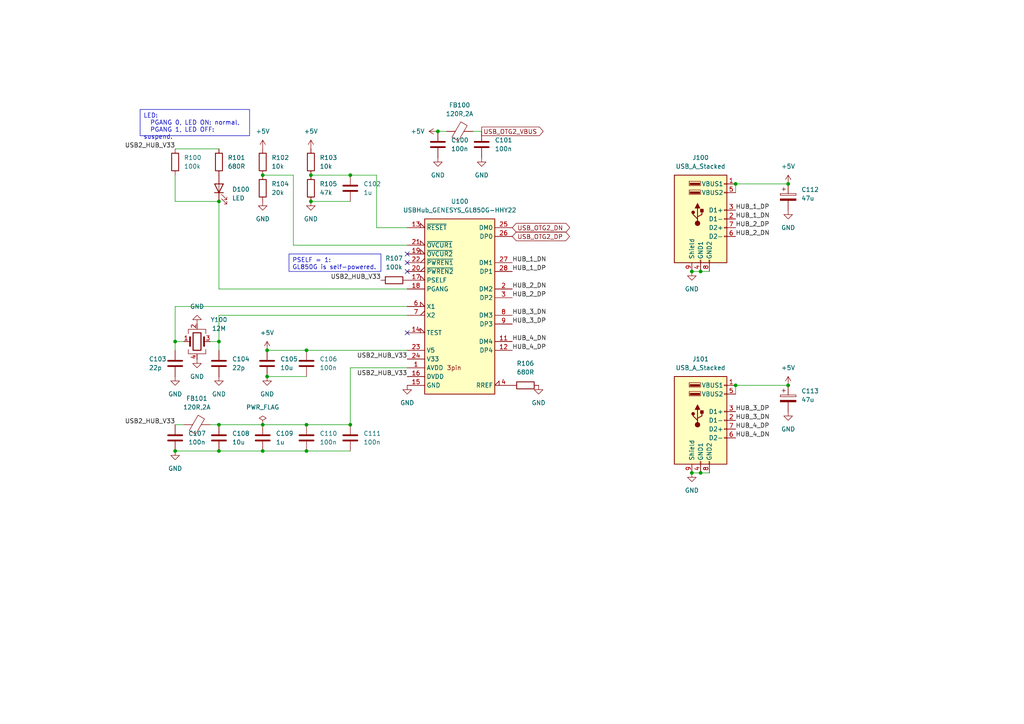
<source format=kicad_sch>
(kicad_sch
	(version 20231120)
	(generator "eeschema")
	(generator_version "8.0")
	(uuid "717607ac-c9bc-4fa5-a441-eaa54dfa2680")
	(paper "A4")
	(title_block
		(title "i.MX6ULL Carrier - USB2")
		(date "2024-06-14")
		(rev "0.9.2")
	)
	(lib_symbols
		(symbol "Connector:USB_A_Stacked"
			(pin_names
				(offset 1.016)
			)
			(exclude_from_sim no)
			(in_bom yes)
			(on_board yes)
			(property "Reference" "J"
				(at 0 15.875 0)
				(effects
					(font
						(size 1.27 1.27)
					)
				)
			)
			(property "Value" "USB_A_Stacked"
				(at 0 13.97 0)
				(effects
					(font
						(size 1.27 1.27)
					)
				)
			)
			(property "Footprint" ""
				(at 3.81 -13.97 0)
				(effects
					(font
						(size 1.27 1.27)
					)
					(justify left)
					(hide yes)
				)
			)
			(property "Datasheet" " ~"
				(at 5.08 1.27 0)
				(effects
					(font
						(size 1.27 1.27)
					)
					(hide yes)
				)
			)
			(property "Description" "USB Type A connector, stacked"
				(at 0 0 0)
				(effects
					(font
						(size 1.27 1.27)
					)
					(hide yes)
				)
			)
			(property "ki_keywords" "connector USB"
				(at 0 0 0)
				(effects
					(font
						(size 1.27 1.27)
					)
					(hide yes)
				)
			)
			(property "ki_fp_filters" "USB*"
				(at 0 0 0)
				(effects
					(font
						(size 1.27 1.27)
					)
					(hide yes)
				)
			)
			(symbol "USB_A_Stacked_0_1"
				(rectangle
					(start -7.62 12.7)
					(end 7.62 -12.7)
					(stroke
						(width 0.254)
						(type default)
					)
					(fill
						(type background)
					)
				)
				(circle
					(center -2.159 1.905)
					(radius 0.381)
					(stroke
						(width 0.254)
						(type default)
					)
					(fill
						(type outline)
					)
				)
				(circle
					(center -0.889 -1.27)
					(radius 0.635)
					(stroke
						(width 0.254)
						(type default)
					)
					(fill
						(type outline)
					)
				)
				(rectangle
					(start -0.254 7.366)
					(end -3.048 7.874)
					(stroke
						(width 0)
						(type default)
					)
					(fill
						(type outline)
					)
				)
				(rectangle
					(start -0.254 9.906)
					(end -3.048 10.414)
					(stroke
						(width 0)
						(type default)
					)
					(fill
						(type outline)
					)
				)
				(rectangle
					(start -0.127 -12.7)
					(end 0.127 -11.938)
					(stroke
						(width 0)
						(type default)
					)
					(fill
						(type none)
					)
				)
				(polyline
					(pts
						(xy -1.524 3.175) (xy -0.254 3.175) (xy -0.889 4.445) (xy -1.524 3.175)
					)
					(stroke
						(width 0.254)
						(type default)
					)
					(fill
						(type outline)
					)
				)
				(polyline
					(pts
						(xy -0.889 -0.635) (xy -0.889 0) (xy -2.159 1.27) (xy -2.159 1.905)
					)
					(stroke
						(width 0.254)
						(type default)
					)
					(fill
						(type none)
					)
				)
				(polyline
					(pts
						(xy -0.889 0) (xy -0.889 0.635) (xy 0.381 1.27) (xy 0.381 2.54)
					)
					(stroke
						(width 0.254)
						(type default)
					)
					(fill
						(type none)
					)
				)
				(rectangle
					(start 0 2.794)
					(end 0.762 2.032)
					(stroke
						(width 0.254)
						(type default)
					)
					(fill
						(type outline)
					)
				)
				(rectangle
					(start 0 7.112)
					(end -3.302 8.382)
					(stroke
						(width 0)
						(type default)
					)
					(fill
						(type none)
					)
				)
				(rectangle
					(start 0 9.652)
					(end -3.302 10.922)
					(stroke
						(width 0)
						(type default)
					)
					(fill
						(type none)
					)
				)
				(rectangle
					(start 2.413 -12.7)
					(end 2.667 -11.938)
					(stroke
						(width 0)
						(type default)
					)
					(fill
						(type none)
					)
				)
				(rectangle
					(start 7.62 -5.207)
					(end 6.858 -4.953)
					(stroke
						(width 0)
						(type default)
					)
					(fill
						(type none)
					)
				)
				(rectangle
					(start 7.62 -2.667)
					(end 6.858 -2.413)
					(stroke
						(width 0)
						(type default)
					)
					(fill
						(type none)
					)
				)
				(rectangle
					(start 7.62 -0.127)
					(end 6.858 0.127)
					(stroke
						(width 0)
						(type default)
					)
					(fill
						(type none)
					)
				)
				(rectangle
					(start 7.62 2.413)
					(end 6.858 2.667)
					(stroke
						(width 0)
						(type default)
					)
					(fill
						(type none)
					)
				)
				(rectangle
					(start 7.62 7.493)
					(end 6.858 7.747)
					(stroke
						(width 0)
						(type default)
					)
					(fill
						(type none)
					)
				)
				(rectangle
					(start 7.62 10.033)
					(end 6.858 10.287)
					(stroke
						(width 0)
						(type default)
					)
					(fill
						(type none)
					)
				)
			)
			(symbol "USB_A_Stacked_1_1"
				(polyline
					(pts
						(xy -0.889 0.635) (xy -0.889 3.175)
					)
					(stroke
						(width 0.254)
						(type default)
					)
					(fill
						(type none)
					)
				)
				(pin power_in line
					(at 10.16 10.16 180)
					(length 2.54)
					(name "VBUS1"
						(effects
							(font
								(size 1.27 1.27)
							)
						)
					)
					(number "1"
						(effects
							(font
								(size 1.27 1.27)
							)
						)
					)
				)
				(pin bidirectional line
					(at 10.16 0 180)
					(length 2.54)
					(name "D1-"
						(effects
							(font
								(size 1.27 1.27)
							)
						)
					)
					(number "2"
						(effects
							(font
								(size 1.27 1.27)
							)
						)
					)
				)
				(pin bidirectional line
					(at 10.16 2.54 180)
					(length 2.54)
					(name "D1+"
						(effects
							(font
								(size 1.27 1.27)
							)
						)
					)
					(number "3"
						(effects
							(font
								(size 1.27 1.27)
							)
						)
					)
				)
				(pin power_in line
					(at 0 -15.24 90)
					(length 2.54)
					(name "GND1"
						(effects
							(font
								(size 1.27 1.27)
							)
						)
					)
					(number "4"
						(effects
							(font
								(size 1.27 1.27)
							)
						)
					)
				)
				(pin power_in line
					(at 10.16 7.62 180)
					(length 2.54)
					(name "VBUS2"
						(effects
							(font
								(size 1.27 1.27)
							)
						)
					)
					(number "5"
						(effects
							(font
								(size 1.27 1.27)
							)
						)
					)
				)
				(pin bidirectional line
					(at 10.16 -5.08 180)
					(length 2.54)
					(name "D2-"
						(effects
							(font
								(size 1.27 1.27)
							)
						)
					)
					(number "6"
						(effects
							(font
								(size 1.27 1.27)
							)
						)
					)
				)
				(pin bidirectional line
					(at 10.16 -2.54 180)
					(length 2.54)
					(name "D2+"
						(effects
							(font
								(size 1.27 1.27)
							)
						)
					)
					(number "7"
						(effects
							(font
								(size 1.27 1.27)
							)
						)
					)
				)
				(pin power_in line
					(at 2.54 -15.24 90)
					(length 2.54)
					(name "GND2"
						(effects
							(font
								(size 1.27 1.27)
							)
						)
					)
					(number "8"
						(effects
							(font
								(size 1.27 1.27)
							)
						)
					)
				)
				(pin passive line
					(at -2.54 -15.24 90)
					(length 2.54)
					(name "Shield"
						(effects
							(font
								(size 1.27 1.27)
							)
						)
					)
					(number "9"
						(effects
							(font
								(size 1.27 1.27)
							)
						)
					)
				)
			)
		)
		(symbol "Device:C"
			(pin_numbers hide)
			(pin_names
				(offset 0.254)
			)
			(exclude_from_sim no)
			(in_bom yes)
			(on_board yes)
			(property "Reference" "C"
				(at 0.635 2.54 0)
				(effects
					(font
						(size 1.27 1.27)
					)
					(justify left)
				)
			)
			(property "Value" "C"
				(at 0.635 -2.54 0)
				(effects
					(font
						(size 1.27 1.27)
					)
					(justify left)
				)
			)
			(property "Footprint" ""
				(at 0.9652 -3.81 0)
				(effects
					(font
						(size 1.27 1.27)
					)
					(hide yes)
				)
			)
			(property "Datasheet" "~"
				(at 0 0 0)
				(effects
					(font
						(size 1.27 1.27)
					)
					(hide yes)
				)
			)
			(property "Description" "Unpolarized capacitor"
				(at 0 0 0)
				(effects
					(font
						(size 1.27 1.27)
					)
					(hide yes)
				)
			)
			(property "ki_keywords" "cap capacitor"
				(at 0 0 0)
				(effects
					(font
						(size 1.27 1.27)
					)
					(hide yes)
				)
			)
			(property "ki_fp_filters" "C_*"
				(at 0 0 0)
				(effects
					(font
						(size 1.27 1.27)
					)
					(hide yes)
				)
			)
			(symbol "C_0_1"
				(polyline
					(pts
						(xy -2.032 -0.762) (xy 2.032 -0.762)
					)
					(stroke
						(width 0.508)
						(type default)
					)
					(fill
						(type none)
					)
				)
				(polyline
					(pts
						(xy -2.032 0.762) (xy 2.032 0.762)
					)
					(stroke
						(width 0.508)
						(type default)
					)
					(fill
						(type none)
					)
				)
			)
			(symbol "C_1_1"
				(pin passive line
					(at 0 3.81 270)
					(length 2.794)
					(name "~"
						(effects
							(font
								(size 1.27 1.27)
							)
						)
					)
					(number "1"
						(effects
							(font
								(size 1.27 1.27)
							)
						)
					)
				)
				(pin passive line
					(at 0 -3.81 90)
					(length 2.794)
					(name "~"
						(effects
							(font
								(size 1.27 1.27)
							)
						)
					)
					(number "2"
						(effects
							(font
								(size 1.27 1.27)
							)
						)
					)
				)
			)
		)
		(symbol "Device:C_Polarized"
			(pin_numbers hide)
			(pin_names
				(offset 0.254)
			)
			(exclude_from_sim no)
			(in_bom yes)
			(on_board yes)
			(property "Reference" "C"
				(at 0.635 2.54 0)
				(effects
					(font
						(size 1.27 1.27)
					)
					(justify left)
				)
			)
			(property "Value" "C_Polarized"
				(at 0.635 -2.54 0)
				(effects
					(font
						(size 1.27 1.27)
					)
					(justify left)
				)
			)
			(property "Footprint" ""
				(at 0.9652 -3.81 0)
				(effects
					(font
						(size 1.27 1.27)
					)
					(hide yes)
				)
			)
			(property "Datasheet" "~"
				(at 0 0 0)
				(effects
					(font
						(size 1.27 1.27)
					)
					(hide yes)
				)
			)
			(property "Description" "Polarized capacitor"
				(at 0 0 0)
				(effects
					(font
						(size 1.27 1.27)
					)
					(hide yes)
				)
			)
			(property "ki_keywords" "cap capacitor"
				(at 0 0 0)
				(effects
					(font
						(size 1.27 1.27)
					)
					(hide yes)
				)
			)
			(property "ki_fp_filters" "CP_*"
				(at 0 0 0)
				(effects
					(font
						(size 1.27 1.27)
					)
					(hide yes)
				)
			)
			(symbol "C_Polarized_0_1"
				(rectangle
					(start -2.286 0.508)
					(end 2.286 1.016)
					(stroke
						(width 0)
						(type default)
					)
					(fill
						(type none)
					)
				)
				(polyline
					(pts
						(xy -1.778 2.286) (xy -0.762 2.286)
					)
					(stroke
						(width 0)
						(type default)
					)
					(fill
						(type none)
					)
				)
				(polyline
					(pts
						(xy -1.27 2.794) (xy -1.27 1.778)
					)
					(stroke
						(width 0)
						(type default)
					)
					(fill
						(type none)
					)
				)
				(rectangle
					(start 2.286 -0.508)
					(end -2.286 -1.016)
					(stroke
						(width 0)
						(type default)
					)
					(fill
						(type outline)
					)
				)
			)
			(symbol "C_Polarized_1_1"
				(pin passive line
					(at 0 3.81 270)
					(length 2.794)
					(name "~"
						(effects
							(font
								(size 1.27 1.27)
							)
						)
					)
					(number "1"
						(effects
							(font
								(size 1.27 1.27)
							)
						)
					)
				)
				(pin passive line
					(at 0 -3.81 90)
					(length 2.794)
					(name "~"
						(effects
							(font
								(size 1.27 1.27)
							)
						)
					)
					(number "2"
						(effects
							(font
								(size 1.27 1.27)
							)
						)
					)
				)
			)
		)
		(symbol "Device:Crystal_GND24"
			(pin_names
				(offset 1.016) hide)
			(exclude_from_sim no)
			(in_bom yes)
			(on_board yes)
			(property "Reference" "Y"
				(at 3.175 5.08 0)
				(effects
					(font
						(size 1.27 1.27)
					)
					(justify left)
				)
			)
			(property "Value" "Crystal_GND24"
				(at 3.175 3.175 0)
				(effects
					(font
						(size 1.27 1.27)
					)
					(justify left)
				)
			)
			(property "Footprint" ""
				(at 0 0 0)
				(effects
					(font
						(size 1.27 1.27)
					)
					(hide yes)
				)
			)
			(property "Datasheet" "~"
				(at 0 0 0)
				(effects
					(font
						(size 1.27 1.27)
					)
					(hide yes)
				)
			)
			(property "Description" "Four pin crystal, GND on pins 2 and 4"
				(at 0 0 0)
				(effects
					(font
						(size 1.27 1.27)
					)
					(hide yes)
				)
			)
			(property "ki_keywords" "quartz ceramic resonator oscillator"
				(at 0 0 0)
				(effects
					(font
						(size 1.27 1.27)
					)
					(hide yes)
				)
			)
			(property "ki_fp_filters" "Crystal*"
				(at 0 0 0)
				(effects
					(font
						(size 1.27 1.27)
					)
					(hide yes)
				)
			)
			(symbol "Crystal_GND24_0_1"
				(rectangle
					(start -1.143 2.54)
					(end 1.143 -2.54)
					(stroke
						(width 0.3048)
						(type default)
					)
					(fill
						(type none)
					)
				)
				(polyline
					(pts
						(xy -2.54 0) (xy -2.032 0)
					)
					(stroke
						(width 0)
						(type default)
					)
					(fill
						(type none)
					)
				)
				(polyline
					(pts
						(xy -2.032 -1.27) (xy -2.032 1.27)
					)
					(stroke
						(width 0.508)
						(type default)
					)
					(fill
						(type none)
					)
				)
				(polyline
					(pts
						(xy 0 -3.81) (xy 0 -3.556)
					)
					(stroke
						(width 0)
						(type default)
					)
					(fill
						(type none)
					)
				)
				(polyline
					(pts
						(xy 0 3.556) (xy 0 3.81)
					)
					(stroke
						(width 0)
						(type default)
					)
					(fill
						(type none)
					)
				)
				(polyline
					(pts
						(xy 2.032 -1.27) (xy 2.032 1.27)
					)
					(stroke
						(width 0.508)
						(type default)
					)
					(fill
						(type none)
					)
				)
				(polyline
					(pts
						(xy 2.032 0) (xy 2.54 0)
					)
					(stroke
						(width 0)
						(type default)
					)
					(fill
						(type none)
					)
				)
				(polyline
					(pts
						(xy -2.54 -2.286) (xy -2.54 -3.556) (xy 2.54 -3.556) (xy 2.54 -2.286)
					)
					(stroke
						(width 0)
						(type default)
					)
					(fill
						(type none)
					)
				)
				(polyline
					(pts
						(xy -2.54 2.286) (xy -2.54 3.556) (xy 2.54 3.556) (xy 2.54 2.286)
					)
					(stroke
						(width 0)
						(type default)
					)
					(fill
						(type none)
					)
				)
			)
			(symbol "Crystal_GND24_1_1"
				(pin passive line
					(at -3.81 0 0)
					(length 1.27)
					(name "1"
						(effects
							(font
								(size 1.27 1.27)
							)
						)
					)
					(number "1"
						(effects
							(font
								(size 1.27 1.27)
							)
						)
					)
				)
				(pin passive line
					(at 0 5.08 270)
					(length 1.27)
					(name "2"
						(effects
							(font
								(size 1.27 1.27)
							)
						)
					)
					(number "2"
						(effects
							(font
								(size 1.27 1.27)
							)
						)
					)
				)
				(pin passive line
					(at 3.81 0 180)
					(length 1.27)
					(name "3"
						(effects
							(font
								(size 1.27 1.27)
							)
						)
					)
					(number "3"
						(effects
							(font
								(size 1.27 1.27)
							)
						)
					)
				)
				(pin passive line
					(at 0 -5.08 90)
					(length 1.27)
					(name "4"
						(effects
							(font
								(size 1.27 1.27)
							)
						)
					)
					(number "4"
						(effects
							(font
								(size 1.27 1.27)
							)
						)
					)
				)
			)
		)
		(symbol "Device:FerriteBead"
			(pin_numbers hide)
			(pin_names
				(offset 0)
			)
			(exclude_from_sim no)
			(in_bom yes)
			(on_board yes)
			(property "Reference" "FB"
				(at -3.81 0.635 90)
				(effects
					(font
						(size 1.27 1.27)
					)
				)
			)
			(property "Value" "FerriteBead"
				(at 3.81 0 90)
				(effects
					(font
						(size 1.27 1.27)
					)
				)
			)
			(property "Footprint" ""
				(at -1.778 0 90)
				(effects
					(font
						(size 1.27 1.27)
					)
					(hide yes)
				)
			)
			(property "Datasheet" "~"
				(at 0 0 0)
				(effects
					(font
						(size 1.27 1.27)
					)
					(hide yes)
				)
			)
			(property "Description" "Ferrite bead"
				(at 0 0 0)
				(effects
					(font
						(size 1.27 1.27)
					)
					(hide yes)
				)
			)
			(property "ki_keywords" "L ferrite bead inductor filter"
				(at 0 0 0)
				(effects
					(font
						(size 1.27 1.27)
					)
					(hide yes)
				)
			)
			(property "ki_fp_filters" "Inductor_* L_* *Ferrite*"
				(at 0 0 0)
				(effects
					(font
						(size 1.27 1.27)
					)
					(hide yes)
				)
			)
			(symbol "FerriteBead_0_1"
				(polyline
					(pts
						(xy 0 -1.27) (xy 0 -1.2192)
					)
					(stroke
						(width 0)
						(type default)
					)
					(fill
						(type none)
					)
				)
				(polyline
					(pts
						(xy 0 1.27) (xy 0 1.2954)
					)
					(stroke
						(width 0)
						(type default)
					)
					(fill
						(type none)
					)
				)
				(polyline
					(pts
						(xy -2.7686 0.4064) (xy -1.7018 2.2606) (xy 2.7686 -0.3048) (xy 1.6764 -2.159) (xy -2.7686 0.4064)
					)
					(stroke
						(width 0)
						(type default)
					)
					(fill
						(type none)
					)
				)
			)
			(symbol "FerriteBead_1_1"
				(pin passive line
					(at 0 3.81 270)
					(length 2.54)
					(name "~"
						(effects
							(font
								(size 1.27 1.27)
							)
						)
					)
					(number "1"
						(effects
							(font
								(size 1.27 1.27)
							)
						)
					)
				)
				(pin passive line
					(at 0 -3.81 90)
					(length 2.54)
					(name "~"
						(effects
							(font
								(size 1.27 1.27)
							)
						)
					)
					(number "2"
						(effects
							(font
								(size 1.27 1.27)
							)
						)
					)
				)
			)
		)
		(symbol "Device:LED"
			(pin_numbers hide)
			(pin_names
				(offset 1.016) hide)
			(exclude_from_sim no)
			(in_bom yes)
			(on_board yes)
			(property "Reference" "D"
				(at 0 2.54 0)
				(effects
					(font
						(size 1.27 1.27)
					)
				)
			)
			(property "Value" "LED"
				(at 0 -2.54 0)
				(effects
					(font
						(size 1.27 1.27)
					)
				)
			)
			(property "Footprint" ""
				(at 0 0 0)
				(effects
					(font
						(size 1.27 1.27)
					)
					(hide yes)
				)
			)
			(property "Datasheet" "~"
				(at 0 0 0)
				(effects
					(font
						(size 1.27 1.27)
					)
					(hide yes)
				)
			)
			(property "Description" "Light emitting diode"
				(at 0 0 0)
				(effects
					(font
						(size 1.27 1.27)
					)
					(hide yes)
				)
			)
			(property "ki_keywords" "LED diode"
				(at 0 0 0)
				(effects
					(font
						(size 1.27 1.27)
					)
					(hide yes)
				)
			)
			(property "ki_fp_filters" "LED* LED_SMD:* LED_THT:*"
				(at 0 0 0)
				(effects
					(font
						(size 1.27 1.27)
					)
					(hide yes)
				)
			)
			(symbol "LED_0_1"
				(polyline
					(pts
						(xy -1.27 -1.27) (xy -1.27 1.27)
					)
					(stroke
						(width 0.254)
						(type default)
					)
					(fill
						(type none)
					)
				)
				(polyline
					(pts
						(xy -1.27 0) (xy 1.27 0)
					)
					(stroke
						(width 0)
						(type default)
					)
					(fill
						(type none)
					)
				)
				(polyline
					(pts
						(xy 1.27 -1.27) (xy 1.27 1.27) (xy -1.27 0) (xy 1.27 -1.27)
					)
					(stroke
						(width 0.254)
						(type default)
					)
					(fill
						(type none)
					)
				)
				(polyline
					(pts
						(xy -3.048 -0.762) (xy -4.572 -2.286) (xy -3.81 -2.286) (xy -4.572 -2.286) (xy -4.572 -1.524)
					)
					(stroke
						(width 0)
						(type default)
					)
					(fill
						(type none)
					)
				)
				(polyline
					(pts
						(xy -1.778 -0.762) (xy -3.302 -2.286) (xy -2.54 -2.286) (xy -3.302 -2.286) (xy -3.302 -1.524)
					)
					(stroke
						(width 0)
						(type default)
					)
					(fill
						(type none)
					)
				)
			)
			(symbol "LED_1_1"
				(pin passive line
					(at -3.81 0 0)
					(length 2.54)
					(name "K"
						(effects
							(font
								(size 1.27 1.27)
							)
						)
					)
					(number "1"
						(effects
							(font
								(size 1.27 1.27)
							)
						)
					)
				)
				(pin passive line
					(at 3.81 0 180)
					(length 2.54)
					(name "A"
						(effects
							(font
								(size 1.27 1.27)
							)
						)
					)
					(number "2"
						(effects
							(font
								(size 1.27 1.27)
							)
						)
					)
				)
			)
		)
		(symbol "Device:R"
			(pin_numbers hide)
			(pin_names
				(offset 0)
			)
			(exclude_from_sim no)
			(in_bom yes)
			(on_board yes)
			(property "Reference" "R"
				(at 2.032 0 90)
				(effects
					(font
						(size 1.27 1.27)
					)
				)
			)
			(property "Value" "R"
				(at 0 0 90)
				(effects
					(font
						(size 1.27 1.27)
					)
				)
			)
			(property "Footprint" ""
				(at -1.778 0 90)
				(effects
					(font
						(size 1.27 1.27)
					)
					(hide yes)
				)
			)
			(property "Datasheet" "~"
				(at 0 0 0)
				(effects
					(font
						(size 1.27 1.27)
					)
					(hide yes)
				)
			)
			(property "Description" "Resistor"
				(at 0 0 0)
				(effects
					(font
						(size 1.27 1.27)
					)
					(hide yes)
				)
			)
			(property "ki_keywords" "R res resistor"
				(at 0 0 0)
				(effects
					(font
						(size 1.27 1.27)
					)
					(hide yes)
				)
			)
			(property "ki_fp_filters" "R_*"
				(at 0 0 0)
				(effects
					(font
						(size 1.27 1.27)
					)
					(hide yes)
				)
			)
			(symbol "R_0_1"
				(rectangle
					(start -1.016 -2.54)
					(end 1.016 2.54)
					(stroke
						(width 0.254)
						(type default)
					)
					(fill
						(type none)
					)
				)
			)
			(symbol "R_1_1"
				(pin passive line
					(at 0 3.81 270)
					(length 1.27)
					(name "~"
						(effects
							(font
								(size 1.27 1.27)
							)
						)
					)
					(number "1"
						(effects
							(font
								(size 1.27 1.27)
							)
						)
					)
				)
				(pin passive line
					(at 0 -3.81 90)
					(length 1.27)
					(name "~"
						(effects
							(font
								(size 1.27 1.27)
							)
						)
					)
					(number "2"
						(effects
							(font
								(size 1.27 1.27)
							)
						)
					)
				)
			)
		)
		(symbol "i.MX6ULL Carrier:USBHub_GENESYS_GL850G-HHY22"
			(exclude_from_sim no)
			(in_bom yes)
			(on_board yes)
			(property "Reference" "U"
				(at 0 0 0)
				(effects
					(font
						(size 1.27 1.27)
					)
				)
			)
			(property "Value" "USBHub_GENESYS_GL850G-HHY22"
				(at 0 29.21 0)
				(effects
					(font
						(size 1.27 1.27)
					)
				)
			)
			(property "Footprint" "Package_SO:SSOP-28_5.3x10.2mm_P0.65mm"
				(at 0 26.67 0)
				(effects
					(font
						(size 1.27 1.27)
					)
					(hide yes)
				)
			)
			(property "Datasheet" ""
				(at 0 0 0)
				(effects
					(font
						(size 1.27 1.27)
					)
					(hide yes)
				)
			)
			(property "Description" ""
				(at 0 0 0)
				(effects
					(font
						(size 1.27 1.27)
					)
					(hide yes)
				)
			)
			(symbol "USBHub_GENESYS_GL850G-HHY22_1_1"
				(rectangle
					(start -10.16 25.4)
					(end 10.16 -25.4)
					(stroke
						(width 0.254)
						(type default)
					)
					(fill
						(type background)
					)
				)
				(text "3pin"
					(at -3.81 -17.78 0)
					(effects
						(font
							(size 1.27 1.27)
						)
						(justify left)
					)
				)
				(pin power_in line
					(at -15.24 -17.78 0)
					(length 5.08)
					(name "AVDD"
						(effects
							(font
								(size 1.27 1.27)
							)
						)
					)
					(number "1"
						(effects
							(font
								(size 1.27 1.27)
							)
						)
					)
				)
				(pin passive line
					(at -15.24 -17.78 0)
					(length 5.08) hide
					(name "AVDD"
						(effects
							(font
								(size 1.27 1.27)
							)
						)
					)
					(number "10"
						(effects
							(font
								(size 1.27 1.27)
							)
						)
					)
				)
				(pin bidirectional line
					(at 15.24 -10.16 180)
					(length 5.08)
					(name "DM4"
						(effects
							(font
								(size 1.27 1.27)
							)
						)
					)
					(number "11"
						(effects
							(font
								(size 1.27 1.27)
							)
						)
					)
				)
				(pin bidirectional line
					(at 15.24 -12.7 180)
					(length 5.08)
					(name "DP4"
						(effects
							(font
								(size 1.27 1.27)
							)
						)
					)
					(number "12"
						(effects
							(font
								(size 1.27 1.27)
							)
						)
					)
				)
				(pin input input_low
					(at -15.24 22.86 0)
					(length 5.08)
					(name "~{RESET}"
						(effects
							(font
								(size 1.27 1.27)
							)
						)
					)
					(number "13"
						(effects
							(font
								(size 1.27 1.27)
							)
						)
					)
				)
				(pin input input_low
					(at -15.24 -7.62 0)
					(length 5.08)
					(name "TEST"
						(effects
							(font
								(size 1.27 1.27)
							)
						)
					)
					(number "14"
						(effects
							(font
								(size 1.27 1.27)
							)
						)
					)
				)
				(pin power_in line
					(at -15.24 -22.86 0)
					(length 5.08)
					(name "GND"
						(effects
							(font
								(size 1.27 1.27)
							)
						)
					)
					(number "15"
						(effects
							(font
								(size 1.27 1.27)
							)
						)
					)
				)
				(pin power_in line
					(at -15.24 -20.32 0)
					(length 5.08)
					(name "DVDD"
						(effects
							(font
								(size 1.27 1.27)
							)
						)
					)
					(number "16"
						(effects
							(font
								(size 1.27 1.27)
							)
						)
					)
				)
				(pin input input_low
					(at -15.24 7.62 0)
					(length 5.08)
					(name "PSELF"
						(effects
							(font
								(size 1.27 1.27)
							)
						)
					)
					(number "17"
						(effects
							(font
								(size 1.27 1.27)
							)
						)
					)
				)
				(pin bidirectional line
					(at -15.24 5.08 0)
					(length 5.08)
					(name "PGANG"
						(effects
							(font
								(size 1.27 1.27)
							)
						)
					)
					(number "18"
						(effects
							(font
								(size 1.27 1.27)
							)
						)
					)
				)
				(pin input input_low
					(at -15.24 15.24 0)
					(length 5.08)
					(name "~{OVCUR2}"
						(effects
							(font
								(size 1.27 1.27)
							)
						)
					)
					(number "19"
						(effects
							(font
								(size 1.27 1.27)
							)
						)
					)
				)
				(pin bidirectional line
					(at 15.24 5.08 180)
					(length 5.08)
					(name "DM2"
						(effects
							(font
								(size 1.27 1.27)
							)
						)
					)
					(number "2"
						(effects
							(font
								(size 1.27 1.27)
							)
						)
					)
				)
				(pin output output_low
					(at -15.24 10.16 0)
					(length 5.08)
					(name "~{PWREN2}"
						(effects
							(font
								(size 1.27 1.27)
							)
						)
					)
					(number "20"
						(effects
							(font
								(size 1.27 1.27)
							)
						)
					)
				)
				(pin input input_low
					(at -15.24 17.78 0)
					(length 5.08)
					(name "~{OVCUR1}"
						(effects
							(font
								(size 1.27 1.27)
							)
						)
					)
					(number "21"
						(effects
							(font
								(size 1.27 1.27)
							)
						)
					)
				)
				(pin output output_low
					(at -15.24 12.7 0)
					(length 5.08)
					(name "~{PWREN1}"
						(effects
							(font
								(size 1.27 1.27)
							)
						)
					)
					(number "22"
						(effects
							(font
								(size 1.27 1.27)
							)
						)
					)
				)
				(pin power_in line
					(at -15.24 -12.7 0)
					(length 5.08)
					(name "V5"
						(effects
							(font
								(size 1.27 1.27)
							)
						)
					)
					(number "23"
						(effects
							(font
								(size 1.27 1.27)
							)
						)
					)
				)
				(pin power_out line
					(at -15.24 -15.24 0)
					(length 5.08)
					(name "V33"
						(effects
							(font
								(size 1.27 1.27)
							)
						)
					)
					(number "24"
						(effects
							(font
								(size 1.27 1.27)
							)
						)
					)
				)
				(pin bidirectional line
					(at 15.24 22.86 180)
					(length 5.08)
					(name "DM0"
						(effects
							(font
								(size 1.27 1.27)
							)
						)
					)
					(number "25"
						(effects
							(font
								(size 1.27 1.27)
							)
						)
					)
				)
				(pin bidirectional line
					(at 15.24 20.32 180)
					(length 5.08)
					(name "DP0"
						(effects
							(font
								(size 1.27 1.27)
							)
						)
					)
					(number "26"
						(effects
							(font
								(size 1.27 1.27)
							)
						)
					)
				)
				(pin bidirectional line
					(at 15.24 12.7 180)
					(length 5.08)
					(name "DM1"
						(effects
							(font
								(size 1.27 1.27)
							)
						)
					)
					(number "27"
						(effects
							(font
								(size 1.27 1.27)
							)
						)
					)
				)
				(pin bidirectional line
					(at 15.24 10.16 180)
					(length 5.08)
					(name "DP1"
						(effects
							(font
								(size 1.27 1.27)
							)
						)
					)
					(number "28"
						(effects
							(font
								(size 1.27 1.27)
							)
						)
					)
				)
				(pin bidirectional line
					(at 15.24 2.54 180)
					(length 5.08)
					(name "DP2"
						(effects
							(font
								(size 1.27 1.27)
							)
						)
					)
					(number "3"
						(effects
							(font
								(size 1.27 1.27)
							)
						)
					)
				)
				(pin input input_low
					(at 15.24 -22.86 180)
					(length 5.08)
					(name "RREF"
						(effects
							(font
								(size 1.27 1.27)
							)
						)
					)
					(number "4"
						(effects
							(font
								(size 1.27 1.27)
							)
						)
					)
				)
				(pin passive line
					(at -15.24 -17.78 0)
					(length 5.08) hide
					(name "AVDD"
						(effects
							(font
								(size 1.27 1.27)
							)
						)
					)
					(number "5"
						(effects
							(font
								(size 1.27 1.27)
							)
						)
					)
				)
				(pin input input_low
					(at -15.24 0 0)
					(length 5.08)
					(name "X1"
						(effects
							(font
								(size 1.27 1.27)
							)
						)
					)
					(number "6"
						(effects
							(font
								(size 1.27 1.27)
							)
						)
					)
				)
				(pin output output_low
					(at -15.24 -2.54 0)
					(length 5.08)
					(name "X2"
						(effects
							(font
								(size 1.27 1.27)
							)
						)
					)
					(number "7"
						(effects
							(font
								(size 1.27 1.27)
							)
						)
					)
				)
				(pin bidirectional line
					(at 15.24 -2.54 180)
					(length 5.08)
					(name "DM3"
						(effects
							(font
								(size 1.27 1.27)
							)
						)
					)
					(number "8"
						(effects
							(font
								(size 1.27 1.27)
							)
						)
					)
				)
				(pin bidirectional line
					(at 15.24 -5.08 180)
					(length 5.08)
					(name "DP3"
						(effects
							(font
								(size 1.27 1.27)
							)
						)
					)
					(number "9"
						(effects
							(font
								(size 1.27 1.27)
							)
						)
					)
				)
			)
		)
		(symbol "power:+5V"
			(power)
			(pin_numbers hide)
			(pin_names
				(offset 0) hide)
			(exclude_from_sim no)
			(in_bom yes)
			(on_board yes)
			(property "Reference" "#PWR"
				(at 0 -3.81 0)
				(effects
					(font
						(size 1.27 1.27)
					)
					(hide yes)
				)
			)
			(property "Value" "+5V"
				(at 0 3.556 0)
				(effects
					(font
						(size 1.27 1.27)
					)
				)
			)
			(property "Footprint" ""
				(at 0 0 0)
				(effects
					(font
						(size 1.27 1.27)
					)
					(hide yes)
				)
			)
			(property "Datasheet" ""
				(at 0 0 0)
				(effects
					(font
						(size 1.27 1.27)
					)
					(hide yes)
				)
			)
			(property "Description" "Power symbol creates a global label with name \"+5V\""
				(at 0 0 0)
				(effects
					(font
						(size 1.27 1.27)
					)
					(hide yes)
				)
			)
			(property "ki_keywords" "global power"
				(at 0 0 0)
				(effects
					(font
						(size 1.27 1.27)
					)
					(hide yes)
				)
			)
			(symbol "+5V_0_1"
				(polyline
					(pts
						(xy -0.762 1.27) (xy 0 2.54)
					)
					(stroke
						(width 0)
						(type default)
					)
					(fill
						(type none)
					)
				)
				(polyline
					(pts
						(xy 0 0) (xy 0 2.54)
					)
					(stroke
						(width 0)
						(type default)
					)
					(fill
						(type none)
					)
				)
				(polyline
					(pts
						(xy 0 2.54) (xy 0.762 1.27)
					)
					(stroke
						(width 0)
						(type default)
					)
					(fill
						(type none)
					)
				)
			)
			(symbol "+5V_1_1"
				(pin power_in line
					(at 0 0 90)
					(length 0)
					(name "~"
						(effects
							(font
								(size 1.27 1.27)
							)
						)
					)
					(number "1"
						(effects
							(font
								(size 1.27 1.27)
							)
						)
					)
				)
			)
		)
		(symbol "power:GND"
			(power)
			(pin_numbers hide)
			(pin_names
				(offset 0) hide)
			(exclude_from_sim no)
			(in_bom yes)
			(on_board yes)
			(property "Reference" "#PWR"
				(at 0 -6.35 0)
				(effects
					(font
						(size 1.27 1.27)
					)
					(hide yes)
				)
			)
			(property "Value" "GND"
				(at 0 -3.81 0)
				(effects
					(font
						(size 1.27 1.27)
					)
				)
			)
			(property "Footprint" ""
				(at 0 0 0)
				(effects
					(font
						(size 1.27 1.27)
					)
					(hide yes)
				)
			)
			(property "Datasheet" ""
				(at 0 0 0)
				(effects
					(font
						(size 1.27 1.27)
					)
					(hide yes)
				)
			)
			(property "Description" "Power symbol creates a global label with name \"GND\" , ground"
				(at 0 0 0)
				(effects
					(font
						(size 1.27 1.27)
					)
					(hide yes)
				)
			)
			(property "ki_keywords" "global power"
				(at 0 0 0)
				(effects
					(font
						(size 1.27 1.27)
					)
					(hide yes)
				)
			)
			(symbol "GND_0_1"
				(polyline
					(pts
						(xy 0 0) (xy 0 -1.27) (xy 1.27 -1.27) (xy 0 -2.54) (xy -1.27 -1.27) (xy 0 -1.27)
					)
					(stroke
						(width 0)
						(type default)
					)
					(fill
						(type none)
					)
				)
			)
			(symbol "GND_1_1"
				(pin power_in line
					(at 0 0 270)
					(length 0)
					(name "~"
						(effects
							(font
								(size 1.27 1.27)
							)
						)
					)
					(number "1"
						(effects
							(font
								(size 1.27 1.27)
							)
						)
					)
				)
			)
		)
		(symbol "power:PWR_FLAG"
			(power)
			(pin_numbers hide)
			(pin_names
				(offset 0) hide)
			(exclude_from_sim no)
			(in_bom yes)
			(on_board yes)
			(property "Reference" "#FLG"
				(at 0 1.905 0)
				(effects
					(font
						(size 1.27 1.27)
					)
					(hide yes)
				)
			)
			(property "Value" "PWR_FLAG"
				(at 0 3.81 0)
				(effects
					(font
						(size 1.27 1.27)
					)
				)
			)
			(property "Footprint" ""
				(at 0 0 0)
				(effects
					(font
						(size 1.27 1.27)
					)
					(hide yes)
				)
			)
			(property "Datasheet" "~"
				(at 0 0 0)
				(effects
					(font
						(size 1.27 1.27)
					)
					(hide yes)
				)
			)
			(property "Description" "Special symbol for telling ERC where power comes from"
				(at 0 0 0)
				(effects
					(font
						(size 1.27 1.27)
					)
					(hide yes)
				)
			)
			(property "ki_keywords" "flag power"
				(at 0 0 0)
				(effects
					(font
						(size 1.27 1.27)
					)
					(hide yes)
				)
			)
			(symbol "PWR_FLAG_0_0"
				(pin power_out line
					(at 0 0 90)
					(length 0)
					(name "~"
						(effects
							(font
								(size 1.27 1.27)
							)
						)
					)
					(number "1"
						(effects
							(font
								(size 1.27 1.27)
							)
						)
					)
				)
			)
			(symbol "PWR_FLAG_0_1"
				(polyline
					(pts
						(xy 0 0) (xy 0 1.27) (xy -1.016 1.905) (xy 0 2.54) (xy 1.016 1.905) (xy 0 1.27)
					)
					(stroke
						(width 0)
						(type default)
					)
					(fill
						(type none)
					)
				)
			)
		)
	)
	(junction
		(at 203.2 137.16)
		(diameter 0)
		(color 0 0 0 0)
		(uuid "09ffc858-2296-4d07-80a4-df97a60caefe")
	)
	(junction
		(at 63.5 123.19)
		(diameter 0)
		(color 0 0 0 0)
		(uuid "0b2772bd-a3b1-4471-a842-9094b0a09609")
	)
	(junction
		(at 228.6 111.76)
		(diameter 0)
		(color 0 0 0 0)
		(uuid "0d3a830b-1f7f-4dd8-8cea-0897c6682499")
	)
	(junction
		(at 90.17 50.8)
		(diameter 0)
		(color 0 0 0 0)
		(uuid "211d1ab5-fc55-4f31-935f-7b0c1407f3e9")
	)
	(junction
		(at 203.2 78.74)
		(diameter 0)
		(color 0 0 0 0)
		(uuid "2f999240-8ab1-42da-96a0-8405bd485d5f")
	)
	(junction
		(at 88.9 130.81)
		(diameter 0)
		(color 0 0 0 0)
		(uuid "3669c1a2-8345-472a-af9a-213fa3519865")
	)
	(junction
		(at 213.36 53.34)
		(diameter 0)
		(color 0 0 0 0)
		(uuid "3bde6d07-2c21-4be9-8f5f-7af36cce1902")
	)
	(junction
		(at 77.47 109.22)
		(diameter 0)
		(color 0 0 0 0)
		(uuid "403ede70-2866-4087-9f51-01f8a6ae3e82")
	)
	(junction
		(at 200.66 78.74)
		(diameter 0)
		(color 0 0 0 0)
		(uuid "41fd8b82-30b8-4dda-b396-e440034654ca")
	)
	(junction
		(at 63.5 99.06)
		(diameter 0)
		(color 0 0 0 0)
		(uuid "44aaa652-27b4-4072-86bc-af30e5fbf855")
	)
	(junction
		(at 63.5 58.42)
		(diameter 0)
		(color 0 0 0 0)
		(uuid "4ea2a16c-fe3f-4d73-8385-99bc7403bde8")
	)
	(junction
		(at 76.2 123.19)
		(diameter 0)
		(color 0 0 0 0)
		(uuid "4eabaff0-45c4-4d6d-b28c-8a62110e7c1b")
	)
	(junction
		(at 63.5 130.81)
		(diameter 0)
		(color 0 0 0 0)
		(uuid "5c222496-0cd2-4993-87d9-7ba41351492c")
	)
	(junction
		(at 90.17 58.42)
		(diameter 0)
		(color 0 0 0 0)
		(uuid "64b96067-10a9-4fb4-aaf9-f34650533cc1")
	)
	(junction
		(at 213.36 111.76)
		(diameter 0)
		(color 0 0 0 0)
		(uuid "6aade0ee-1b71-4729-b730-16828da06174")
	)
	(junction
		(at 88.9 123.19)
		(diameter 0)
		(color 0 0 0 0)
		(uuid "7ff25fb2-45a2-48d0-973a-ef0d18dfafe1")
	)
	(junction
		(at 101.6 123.19)
		(diameter 0)
		(color 0 0 0 0)
		(uuid "80ad4536-e0ea-4a83-a615-89aec13a4039")
	)
	(junction
		(at 50.8 99.06)
		(diameter 0)
		(color 0 0 0 0)
		(uuid "8a5f98d1-afb0-41e6-9371-bdb5b40aaf31")
	)
	(junction
		(at 50.8 130.81)
		(diameter 0)
		(color 0 0 0 0)
		(uuid "ac24111e-9c39-4390-8fc6-fe37d16d6bbd")
	)
	(junction
		(at 76.2 130.81)
		(diameter 0)
		(color 0 0 0 0)
		(uuid "be307830-da07-48a5-94b4-19c2d2bd3f2d")
	)
	(junction
		(at 228.6 53.34)
		(diameter 0)
		(color 0 0 0 0)
		(uuid "c02ca390-7e1b-4a96-bb9e-5f2c5fed28a2")
	)
	(junction
		(at 76.2 50.8)
		(diameter 0)
		(color 0 0 0 0)
		(uuid "c908cc5b-326a-458c-acb6-0fd859623baa")
	)
	(junction
		(at 101.6 50.8)
		(diameter 0)
		(color 0 0 0 0)
		(uuid "ce2dd267-26e7-43ad-8d8c-d81899746178")
	)
	(junction
		(at 200.66 137.16)
		(diameter 0)
		(color 0 0 0 0)
		(uuid "dc62db27-7ac2-4059-b422-e58d0501a2a8")
	)
	(junction
		(at 127 38.1)
		(diameter 0)
		(color 0 0 0 0)
		(uuid "e6832121-a562-4024-b3b8-aa0e70344f27")
	)
	(junction
		(at 77.47 101.6)
		(diameter 0)
		(color 0 0 0 0)
		(uuid "ee82a585-4903-46b1-b263-3802823904dd")
	)
	(junction
		(at 88.9 101.6)
		(diameter 0)
		(color 0 0 0 0)
		(uuid "f4e186b0-56ed-4e04-8779-847ff5676a41")
	)
	(no_connect
		(at 118.11 78.74)
		(uuid "074ac228-5f4f-4330-8552-a1bd50edfdd6")
	)
	(no_connect
		(at 118.11 76.2)
		(uuid "07cc1fb1-99b7-4ef2-8fe1-a879adc267c9")
	)
	(no_connect
		(at 118.11 73.66)
		(uuid "16db662b-99a6-46c1-8849-385afc7d141b")
	)
	(no_connect
		(at 118.11 96.52)
		(uuid "af045251-5c60-444c-b809-1cfc82bd62b8")
	)
	(wire
		(pts
			(xy 63.5 123.19) (xy 76.2 123.19)
		)
		(stroke
			(width 0)
			(type default)
		)
		(uuid "07209d1a-d5ac-445c-8752-6e2bd8816fa5")
	)
	(wire
		(pts
			(xy 50.8 58.42) (xy 63.5 58.42)
		)
		(stroke
			(width 0)
			(type default)
		)
		(uuid "104d1500-e7c4-492a-8eba-6510875a9222")
	)
	(wire
		(pts
			(xy 203.2 78.74) (xy 205.74 78.74)
		)
		(stroke
			(width 0)
			(type default)
		)
		(uuid "1227152f-8fbe-4658-8945-8b7b070b2f4d")
	)
	(wire
		(pts
			(xy 50.8 130.81) (xy 63.5 130.81)
		)
		(stroke
			(width 0)
			(type default)
		)
		(uuid "13d18e1c-fdf9-4f37-9aa6-aaa8227b9ba2")
	)
	(wire
		(pts
			(xy 85.09 71.12) (xy 118.11 71.12)
		)
		(stroke
			(width 0)
			(type default)
		)
		(uuid "18155297-e3e3-43fa-9a67-9d8de71c3fb3")
	)
	(wire
		(pts
			(xy 50.8 123.19) (xy 53.34 123.19)
		)
		(stroke
			(width 0)
			(type default)
		)
		(uuid "1ed1bf97-f63f-469e-a957-52f5c14a00aa")
	)
	(wire
		(pts
			(xy 63.5 130.81) (xy 76.2 130.81)
		)
		(stroke
			(width 0)
			(type default)
		)
		(uuid "2822d399-7f0b-415b-927d-a8db1bec08af")
	)
	(wire
		(pts
			(xy 101.6 106.68) (xy 118.11 106.68)
		)
		(stroke
			(width 0)
			(type default)
		)
		(uuid "2ab1b974-c134-4e8b-a6c9-5948e61e2de2")
	)
	(wire
		(pts
			(xy 137.16 38.1) (xy 139.7 38.1)
		)
		(stroke
			(width 0)
			(type default)
		)
		(uuid "35549134-9857-4255-8d32-1fc027603af7")
	)
	(wire
		(pts
			(xy 118.11 88.9) (xy 50.8 88.9)
		)
		(stroke
			(width 0)
			(type default)
		)
		(uuid "35debb51-a9f6-4137-baf3-9d9b36aea00d")
	)
	(wire
		(pts
			(xy 50.8 43.18) (xy 63.5 43.18)
		)
		(stroke
			(width 0)
			(type default)
		)
		(uuid "3a3766b4-bde9-43d3-9fce-1a24b7a565b6")
	)
	(wire
		(pts
			(xy 50.8 50.8) (xy 50.8 58.42)
		)
		(stroke
			(width 0)
			(type default)
		)
		(uuid "3c89941b-59e3-429f-a549-63e081f5e300")
	)
	(wire
		(pts
			(xy 213.36 111.76) (xy 213.36 114.3)
		)
		(stroke
			(width 0)
			(type default)
		)
		(uuid "4608be3e-e4fb-4890-9779-9a4325175f33")
	)
	(wire
		(pts
			(xy 63.5 83.82) (xy 118.11 83.82)
		)
		(stroke
			(width 0)
			(type default)
		)
		(uuid "50830f72-b53f-4542-b929-bce4a4a25eb1")
	)
	(wire
		(pts
			(xy 60.96 123.19) (xy 63.5 123.19)
		)
		(stroke
			(width 0)
			(type default)
		)
		(uuid "51723593-f3d3-4f02-81f0-42f0d8625d48")
	)
	(wire
		(pts
			(xy 63.5 91.44) (xy 63.5 99.06)
		)
		(stroke
			(width 0)
			(type default)
		)
		(uuid "6355ef50-0baa-40e6-b874-1c3c62e6f227")
	)
	(wire
		(pts
			(xy 118.11 91.44) (xy 63.5 91.44)
		)
		(stroke
			(width 0)
			(type default)
		)
		(uuid "6445c282-4ca0-4cd7-954f-00d7ad5a25e3")
	)
	(wire
		(pts
			(xy 63.5 99.06) (xy 63.5 101.6)
		)
		(stroke
			(width 0)
			(type default)
		)
		(uuid "661958d0-3c16-4052-b944-86cbb515d621")
	)
	(wire
		(pts
			(xy 203.2 137.16) (xy 205.74 137.16)
		)
		(stroke
			(width 0)
			(type default)
		)
		(uuid "66879733-f46c-4962-beb8-84e823bdf491")
	)
	(wire
		(pts
			(xy 213.36 111.76) (xy 228.6 111.76)
		)
		(stroke
			(width 0)
			(type default)
		)
		(uuid "74e413dd-fd7c-474f-9783-c42084f70ad4")
	)
	(wire
		(pts
			(xy 101.6 123.19) (xy 101.6 106.68)
		)
		(stroke
			(width 0)
			(type default)
		)
		(uuid "76f68206-3814-400e-afdf-edc8ec07b30a")
	)
	(wire
		(pts
			(xy 90.17 58.42) (xy 101.6 58.42)
		)
		(stroke
			(width 0)
			(type default)
		)
		(uuid "7d56941a-2d1f-4f4a-8228-3db004c2bf6a")
	)
	(wire
		(pts
			(xy 88.9 123.19) (xy 101.6 123.19)
		)
		(stroke
			(width 0)
			(type default)
		)
		(uuid "82b25ad6-aac0-4afa-a1d4-5323b34a76ae")
	)
	(wire
		(pts
			(xy 127 38.1) (xy 129.54 38.1)
		)
		(stroke
			(width 0)
			(type default)
		)
		(uuid "85e8a4a9-7c9b-4ef7-b0e4-01bd92315d74")
	)
	(wire
		(pts
			(xy 85.09 50.8) (xy 85.09 71.12)
		)
		(stroke
			(width 0)
			(type default)
		)
		(uuid "869914c2-a0d2-4667-bc6f-9431dbb7fb15")
	)
	(wire
		(pts
			(xy 50.8 88.9) (xy 50.8 99.06)
		)
		(stroke
			(width 0)
			(type default)
		)
		(uuid "8afa8f4b-4704-4a6e-a19f-c635240defd7")
	)
	(wire
		(pts
			(xy 50.8 101.6) (xy 50.8 99.06)
		)
		(stroke
			(width 0)
			(type default)
		)
		(uuid "8b9a8108-818c-4c79-810b-5cf7d9b81e8d")
	)
	(wire
		(pts
			(xy 88.9 101.6) (xy 118.11 101.6)
		)
		(stroke
			(width 0)
			(type default)
		)
		(uuid "92cc8efa-1843-48c4-bf40-fa0ee14822e6")
	)
	(wire
		(pts
			(xy 77.47 109.22) (xy 88.9 109.22)
		)
		(stroke
			(width 0)
			(type default)
		)
		(uuid "93162758-4246-4965-86f9-e811192f92b7")
	)
	(wire
		(pts
			(xy 101.6 50.8) (xy 109.22 50.8)
		)
		(stroke
			(width 0)
			(type default)
		)
		(uuid "96c9f500-ea92-4cfc-9597-116ad99e6586")
	)
	(wire
		(pts
			(xy 90.17 50.8) (xy 101.6 50.8)
		)
		(stroke
			(width 0)
			(type default)
		)
		(uuid "9c8166af-73ac-4da3-9acd-159170342c42")
	)
	(wire
		(pts
			(xy 200.66 78.74) (xy 203.2 78.74)
		)
		(stroke
			(width 0)
			(type default)
		)
		(uuid "9f6b5dd1-54f6-49f5-b83f-912de7ee216d")
	)
	(wire
		(pts
			(xy 76.2 50.8) (xy 85.09 50.8)
		)
		(stroke
			(width 0)
			(type default)
		)
		(uuid "ace18a97-df94-4f2a-bd43-3794fb8f7198")
	)
	(wire
		(pts
			(xy 63.5 83.82) (xy 63.5 58.42)
		)
		(stroke
			(width 0)
			(type default)
		)
		(uuid "b84fc407-d77f-49ca-9af0-eff7c046288e")
	)
	(wire
		(pts
			(xy 60.96 99.06) (xy 63.5 99.06)
		)
		(stroke
			(width 0)
			(type default)
		)
		(uuid "b8a57af3-0ba2-406c-bfdf-98e2816c8332")
	)
	(wire
		(pts
			(xy 76.2 130.81) (xy 88.9 130.81)
		)
		(stroke
			(width 0)
			(type default)
		)
		(uuid "c0c75404-4102-4b41-96d2-66702d8acfad")
	)
	(wire
		(pts
			(xy 200.66 137.16) (xy 203.2 137.16)
		)
		(stroke
			(width 0)
			(type default)
		)
		(uuid "c99e2a7e-a034-4f1b-8978-43c7870ddf3d")
	)
	(wire
		(pts
			(xy 109.22 50.8) (xy 109.22 66.04)
		)
		(stroke
			(width 0)
			(type default)
		)
		(uuid "d46c1472-cf2e-495e-92c2-d1d3917188fd")
	)
	(wire
		(pts
			(xy 88.9 130.81) (xy 101.6 130.81)
		)
		(stroke
			(width 0)
			(type default)
		)
		(uuid "e159529e-feba-4372-94bf-0f508e88e550")
	)
	(wire
		(pts
			(xy 213.36 53.34) (xy 228.6 53.34)
		)
		(stroke
			(width 0)
			(type default)
		)
		(uuid "e4ee2d5a-3a03-4bb8-8975-edd1624b3f70")
	)
	(wire
		(pts
			(xy 213.36 53.34) (xy 213.36 55.88)
		)
		(stroke
			(width 0)
			(type default)
		)
		(uuid "e75dd00e-f6cf-4ef1-a1c8-a674f82b8efa")
	)
	(wire
		(pts
			(xy 50.8 99.06) (xy 53.34 99.06)
		)
		(stroke
			(width 0)
			(type default)
		)
		(uuid "ec4614e2-8f8f-4092-a188-075a4916d49d")
	)
	(wire
		(pts
			(xy 109.22 66.04) (xy 118.11 66.04)
		)
		(stroke
			(width 0)
			(type default)
		)
		(uuid "f12c6ad1-33ba-4348-ae2c-6bc3301d992b")
	)
	(wire
		(pts
			(xy 77.47 101.6) (xy 88.9 101.6)
		)
		(stroke
			(width 0)
			(type default)
		)
		(uuid "f4d4f138-7dea-4f1f-88c4-309462daa6d7")
	)
	(wire
		(pts
			(xy 76.2 123.19) (xy 88.9 123.19)
		)
		(stroke
			(width 0)
			(type default)
		)
		(uuid "f52a933c-0800-4cae-862d-5c04d0a2804a")
	)
	(text_box "PSELF = 1:\nGL850G is self-powered."
		(exclude_from_sim no)
		(at 83.82 73.66 0)
		(size 26.67 5.08)
		(stroke
			(width 0)
			(type default)
		)
		(fill
			(type none)
		)
		(effects
			(font
				(size 1.27 1.27)
			)
			(justify left top)
		)
		(uuid "b44cdbc4-f108-4f84-aba9-d979830671e5")
	)
	(text_box "LED:\n  PGANG 0, LED ON: normal,\n  PGANG 1, LED OFF: suspend."
		(exclude_from_sim no)
		(at 40.64 31.75 0)
		(size 31.75 7.62)
		(stroke
			(width 0)
			(type default)
		)
		(fill
			(type none)
		)
		(effects
			(font
				(size 1.27 1.27)
			)
			(justify left top)
		)
		(uuid "cdaa354d-1315-4c7e-a409-35e4c2158e35")
	)
	(label "HUB_2_DN"
		(at 213.36 68.58 0)
		(fields_autoplaced yes)
		(effects
			(font
				(size 1.27 1.27)
			)
			(justify left bottom)
		)
		(uuid "0e316815-52b8-43de-96ec-c4f86f5043b5")
	)
	(label "HUB_3_DP"
		(at 148.59 93.98 0)
		(fields_autoplaced yes)
		(effects
			(font
				(size 1.27 1.27)
			)
			(justify left bottom)
		)
		(uuid "2593284e-dde8-4b24-ae97-08912a7de060")
	)
	(label "HUB_3_DN"
		(at 148.59 91.44 0)
		(fields_autoplaced yes)
		(effects
			(font
				(size 1.27 1.27)
			)
			(justify left bottom)
		)
		(uuid "288aa5e0-2cbb-4b08-90b4-c8dbc077a874")
	)
	(label "HUB_1_DP"
		(at 213.36 60.96 0)
		(fields_autoplaced yes)
		(effects
			(font
				(size 1.27 1.27)
			)
			(justify left bottom)
		)
		(uuid "2df3ad9c-7ca7-42d6-b9c2-9ed05ca01e9a")
	)
	(label "USB2_HUB_V33"
		(at 50.8 123.19 180)
		(fields_autoplaced yes)
		(effects
			(font
				(size 1.27 1.27)
			)
			(justify right bottom)
		)
		(uuid "32cc41da-f4f7-4ab9-90f0-e32b53c4dc63")
	)
	(label "HUB_4_DP"
		(at 148.59 101.6 0)
		(fields_autoplaced yes)
		(effects
			(font
				(size 1.27 1.27)
			)
			(justify left bottom)
		)
		(uuid "442f8413-334b-42a8-95d9-ebb12b29d550")
	)
	(label "HUB_2_DP"
		(at 148.59 86.36 0)
		(fields_autoplaced yes)
		(effects
			(font
				(size 1.27 1.27)
			)
			(justify left bottom)
		)
		(uuid "48b3ddd2-d1b3-4b4b-9b19-9c91249aaa60")
	)
	(label "HUB_3_DN"
		(at 213.36 121.92 0)
		(fields_autoplaced yes)
		(effects
			(font
				(size 1.27 1.27)
			)
			(justify left bottom)
		)
		(uuid "4bc60e2c-4d20-4542-8c1a-ed4e375a7216")
	)
	(label "HUB_4_DN"
		(at 148.59 99.06 0)
		(fields_autoplaced yes)
		(effects
			(font
				(size 1.27 1.27)
			)
			(justify left bottom)
		)
		(uuid "553984a3-8c33-4662-9a2d-2093582ae806")
	)
	(label "HUB_4_DP"
		(at 213.36 124.46 0)
		(fields_autoplaced yes)
		(effects
			(font
				(size 1.27 1.27)
			)
			(justify left bottom)
		)
		(uuid "58c86aff-9b5c-48aa-8cce-e3a29bc8764b")
	)
	(label "USB2_HUB_V33"
		(at 50.8 43.18 180)
		(fields_autoplaced yes)
		(effects
			(font
				(size 1.27 1.27)
			)
			(justify right bottom)
		)
		(uuid "617654a7-0b16-4903-b49c-c151019b82ee")
	)
	(label "HUB_1_DN"
		(at 213.36 63.5 0)
		(fields_autoplaced yes)
		(effects
			(font
				(size 1.27 1.27)
			)
			(justify left bottom)
		)
		(uuid "6cf8a78a-e4e4-4880-969d-eb57ee63342a")
	)
	(label "HUB_4_DN"
		(at 213.36 127 0)
		(fields_autoplaced yes)
		(effects
			(font
				(size 1.27 1.27)
			)
			(justify left bottom)
		)
		(uuid "6f5b2b56-b4a6-4fe9-bc01-68dd24eded10")
	)
	(label "HUB_3_DP"
		(at 213.36 119.38 0)
		(fields_autoplaced yes)
		(effects
			(font
				(size 1.27 1.27)
			)
			(justify left bottom)
		)
		(uuid "72e4c717-7c61-4820-950b-ce939fbfac44")
	)
	(label "HUB_1_DN"
		(at 148.59 76.2 0)
		(fields_autoplaced yes)
		(effects
			(font
				(size 1.27 1.27)
			)
			(justify left bottom)
		)
		(uuid "7d9dd623-ef27-4fbd-8107-b7219b578ed6")
	)
	(label "USB2_HUB_V33"
		(at 110.49 81.28 180)
		(fields_autoplaced yes)
		(effects
			(font
				(size 1.27 1.27)
			)
			(justify right bottom)
		)
		(uuid "93bf2031-5ecd-4497-9c9d-0732c7b2699a")
	)
	(label "HUB_1_DP"
		(at 148.59 78.74 0)
		(fields_autoplaced yes)
		(effects
			(font
				(size 1.27 1.27)
			)
			(justify left bottom)
		)
		(uuid "9c8a4b43-ad91-4bcb-9c1c-718f75ab24af")
	)
	(label "HUB_2_DN"
		(at 148.59 83.82 0)
		(fields_autoplaced yes)
		(effects
			(font
				(size 1.27 1.27)
			)
			(justify left bottom)
		)
		(uuid "b01cae79-e0fb-432e-bdcf-84733c2a5d14")
	)
	(label "HUB_2_DP"
		(at 213.36 66.04 0)
		(fields_autoplaced yes)
		(effects
			(font
				(size 1.27 1.27)
			)
			(justify left bottom)
		)
		(uuid "c35785e0-848e-48d8-a716-8baf430760cb")
	)
	(label "USB2_HUB_V33"
		(at 118.11 109.22 180)
		(fields_autoplaced yes)
		(effects
			(font
				(size 1.27 1.27)
			)
			(justify right bottom)
		)
		(uuid "c38ebff7-d451-48e4-8688-c155649fefef")
	)
	(label "USB2_HUB_V33"
		(at 118.11 104.14 180)
		(fields_autoplaced yes)
		(effects
			(font
				(size 1.27 1.27)
			)
			(justify right bottom)
		)
		(uuid "e50cd104-da49-453a-a9f4-2b7c4ab4a18f")
	)
	(global_label "USB_OTG2_DN"
		(shape bidirectional)
		(at 148.59 66.04 0)
		(effects
			(font
				(size 1.27 1.27)
			)
			(justify left)
		)
		(uuid "76183d68-383d-4909-9671-ef059886426a")
		(property "Intersheetrefs" "${INTERSHEET_REFS}"
			(at 148.59 66.04 0)
			(effects
				(font
					(size 1.27 1.27)
				)
				(hide yes)
			)
		)
	)
	(global_label "USB_OTG2_VBUS"
		(shape output)
		(at 139.7 38.1 0)
		(effects
			(font
				(size 1.27 1.27)
			)
			(justify left)
		)
		(uuid "c4b6a502-6321-4ddf-9017-eb48b11cfb54")
		(property "Intersheetrefs" "${INTERSHEET_REFS}"
			(at 139.7 38.1 0)
			(effects
				(font
					(size 1.27 1.27)
				)
				(justify right)
				(hide yes)
			)
		)
	)
	(global_label "USB_OTG2_DP"
		(shape bidirectional)
		(at 148.59 68.58 0)
		(effects
			(font
				(size 1.27 1.27)
			)
			(justify left)
		)
		(uuid "e6c85118-236a-4d56-945c-bd816f94928b")
		(property "Intersheetrefs" "${INTERSHEET_REFS}"
			(at 148.59 68.58 0)
			(effects
				(font
					(size 1.27 1.27)
				)
				(hide yes)
			)
		)
	)
	(symbol
		(lib_id "power:GND")
		(at 228.6 60.96 0)
		(unit 1)
		(exclude_from_sim no)
		(in_bom yes)
		(on_board yes)
		(dnp no)
		(fields_autoplaced yes)
		(uuid "03bf1001-cd3c-42b4-92cf-6e7b8f8c0c34")
		(property "Reference" "#PWR0165"
			(at 228.6 67.31 0)
			(effects
				(font
					(size 1.27 1.27)
				)
				(hide yes)
			)
		)
		(property "Value" "GND"
			(at 228.6 66.04 0)
			(effects
				(font
					(size 1.27 1.27)
				)
			)
		)
		(property "Footprint" ""
			(at 228.6 60.96 0)
			(effects
				(font
					(size 1.27 1.27)
				)
				(hide yes)
			)
		)
		(property "Datasheet" ""
			(at 228.6 60.96 0)
			(effects
				(font
					(size 1.27 1.27)
				)
				(hide yes)
			)
		)
		(property "Description" "Power symbol creates a global label with name \"GND\" , ground"
			(at 228.6 60.96 0)
			(effects
				(font
					(size 1.27 1.27)
				)
				(hide yes)
			)
		)
		(pin "1"
			(uuid "251cf7e7-58ee-4c2b-b47e-bb1c83709571")
		)
		(instances
			(project "i.MX6ULL Carrier"
				(path "/b811b355-39e8-4ef4-949d-2a1589ccc51f/63e8f39a-e478-4b10-9e30-cc0360e5190d"
					(reference "#PWR0165")
					(unit 1)
				)
			)
		)
	)
	(symbol
		(lib_id "Device:R")
		(at 76.2 54.61 0)
		(unit 1)
		(exclude_from_sim no)
		(in_bom yes)
		(on_board yes)
		(dnp no)
		(fields_autoplaced yes)
		(uuid "05d3db93-264f-45e4-a138-3e2ed11eeaa4")
		(property "Reference" "R104"
			(at 78.74 53.3399 0)
			(effects
				(font
					(size 1.27 1.27)
				)
				(justify left)
			)
		)
		(property "Value" "20k"
			(at 78.74 55.8799 0)
			(effects
				(font
					(size 1.27 1.27)
				)
				(justify left)
			)
		)
		(property "Footprint" "Resistor_SMD:R_0603_1608Metric"
			(at 74.422 54.61 90)
			(effects
				(font
					(size 1.27 1.27)
				)
				(hide yes)
			)
		)
		(property "Datasheet" "~"
			(at 76.2 54.61 0)
			(effects
				(font
					(size 1.27 1.27)
				)
				(hide yes)
			)
		)
		(property "Description" "Resistor"
			(at 76.2 54.61 0)
			(effects
				(font
					(size 1.27 1.27)
				)
				(hide yes)
			)
		)
		(pin "2"
			(uuid "57480495-ab9f-413e-ac32-4c70e44719bb")
		)
		(pin "1"
			(uuid "6b54a94c-2313-4a5c-93fe-41d4e649eeb6")
		)
		(instances
			(project "i.MX6ULL Carrier"
				(path "/b811b355-39e8-4ef4-949d-2a1589ccc51f/63e8f39a-e478-4b10-9e30-cc0360e5190d"
					(reference "R104")
					(unit 1)
				)
			)
		)
	)
	(symbol
		(lib_id "power:+5V")
		(at 77.47 101.6 0)
		(unit 1)
		(exclude_from_sim no)
		(in_bom yes)
		(on_board yes)
		(dnp no)
		(fields_autoplaced yes)
		(uuid "098a5e00-40e7-4e91-9570-f7f99197640a")
		(property "Reference" "#PWR0155"
			(at 77.47 105.41 0)
			(effects
				(font
					(size 1.27 1.27)
				)
				(hide yes)
			)
		)
		(property "Value" "+5V"
			(at 77.47 96.52 0)
			(effects
				(font
					(size 1.27 1.27)
				)
			)
		)
		(property "Footprint" ""
			(at 77.47 101.6 0)
			(effects
				(font
					(size 1.27 1.27)
				)
				(hide yes)
			)
		)
		(property "Datasheet" ""
			(at 77.47 101.6 0)
			(effects
				(font
					(size 1.27 1.27)
				)
				(hide yes)
			)
		)
		(property "Description" "Power symbol creates a global label with name \"+5V\""
			(at 77.47 101.6 0)
			(effects
				(font
					(size 1.27 1.27)
				)
				(hide yes)
			)
		)
		(pin "1"
			(uuid "4b9ef5ed-295e-42e6-b1f5-3715b1cc1f11")
		)
		(instances
			(project "i.MX6ULL Carrier"
				(path "/b811b355-39e8-4ef4-949d-2a1589ccc51f/63e8f39a-e478-4b10-9e30-cc0360e5190d"
					(reference "#PWR0155")
					(unit 1)
				)
			)
		)
	)
	(symbol
		(lib_id "power:GND")
		(at 50.8 130.81 0)
		(unit 1)
		(exclude_from_sim no)
		(in_bom yes)
		(on_board yes)
		(dnp no)
		(fields_autoplaced yes)
		(uuid "10ae7032-106e-4198-bf03-ec4ba20a4bb3")
		(property "Reference" "#PWR0106"
			(at 50.8 137.16 0)
			(effects
				(font
					(size 1.27 1.27)
				)
				(hide yes)
			)
		)
		(property "Value" "GND"
			(at 50.8 135.89 0)
			(effects
				(font
					(size 1.27 1.27)
				)
			)
		)
		(property "Footprint" ""
			(at 50.8 130.81 0)
			(effects
				(font
					(size 1.27 1.27)
				)
				(hide yes)
			)
		)
		(property "Datasheet" ""
			(at 50.8 130.81 0)
			(effects
				(font
					(size 1.27 1.27)
				)
				(hide yes)
			)
		)
		(property "Description" "Power symbol creates a global label with name \"GND\" , ground"
			(at 50.8 130.81 0)
			(effects
				(font
					(size 1.27 1.27)
				)
				(hide yes)
			)
		)
		(pin "1"
			(uuid "1d89a705-a1ca-4485-9280-608f53e4bd12")
		)
		(instances
			(project "i.MX6ULL Carrier"
				(path "/b811b355-39e8-4ef4-949d-2a1589ccc51f/63e8f39a-e478-4b10-9e30-cc0360e5190d"
					(reference "#PWR0106")
					(unit 1)
				)
			)
		)
	)
	(symbol
		(lib_id "Device:C")
		(at 76.2 127 0)
		(unit 1)
		(exclude_from_sim no)
		(in_bom yes)
		(on_board yes)
		(dnp no)
		(fields_autoplaced yes)
		(uuid "1a85fab6-32a9-4d70-b0d5-3e5464b46454")
		(property "Reference" "C109"
			(at 80.01 125.7299 0)
			(effects
				(font
					(size 1.27 1.27)
				)
				(justify left)
			)
		)
		(property "Value" "1u"
			(at 80.01 128.2699 0)
			(effects
				(font
					(size 1.27 1.27)
				)
				(justify left)
			)
		)
		(property "Footprint" "Capacitor_SMD:C_0603_1608Metric"
			(at 77.1652 130.81 0)
			(effects
				(font
					(size 1.27 1.27)
				)
				(hide yes)
			)
		)
		(property "Datasheet" "~"
			(at 76.2 127 0)
			(effects
				(font
					(size 1.27 1.27)
				)
				(hide yes)
			)
		)
		(property "Description" "Unpolarized capacitor"
			(at 76.2 127 0)
			(effects
				(font
					(size 1.27 1.27)
				)
				(hide yes)
			)
		)
		(pin "1"
			(uuid "e6fc30bb-bd5a-4de9-b330-a2db40c3fc7f")
		)
		(pin "2"
			(uuid "ee42ad13-e133-489b-8d8c-0c6cd18cb701")
		)
		(instances
			(project "i.MX6ULL Carrier"
				(path "/b811b355-39e8-4ef4-949d-2a1589ccc51f/63e8f39a-e478-4b10-9e30-cc0360e5190d"
					(reference "C109")
					(unit 1)
				)
			)
		)
	)
	(symbol
		(lib_id "Device:FerriteBead")
		(at 57.15 123.19 90)
		(unit 1)
		(exclude_from_sim no)
		(in_bom yes)
		(on_board yes)
		(dnp no)
		(fields_autoplaced yes)
		(uuid "1bb99d94-1d15-4aa2-8abd-8adeb904475b")
		(property "Reference" "FB101"
			(at 57.0992 115.57 90)
			(effects
				(font
					(size 1.27 1.27)
				)
			)
		)
		(property "Value" "120R,2A"
			(at 57.0992 118.11 90)
			(effects
				(font
					(size 1.27 1.27)
				)
			)
		)
		(property "Footprint" "Inductor_SMD:L_0603_1608Metric"
			(at 57.15 124.968 90)
			(effects
				(font
					(size 1.27 1.27)
				)
				(hide yes)
			)
		)
		(property "Datasheet" "~"
			(at 57.15 123.19 0)
			(effects
				(font
					(size 1.27 1.27)
				)
				(hide yes)
			)
		)
		(property "Description" "Ferrite bead"
			(at 57.15 123.19 0)
			(effects
				(font
					(size 1.27 1.27)
				)
				(hide yes)
			)
		)
		(pin "2"
			(uuid "36c28317-6c5b-4162-9754-cf69dfca4cef")
		)
		(pin "1"
			(uuid "522d4e2a-c2bc-4f80-895b-8d6dde29317a")
		)
		(instances
			(project "i.MX6ULL Carrier"
				(path "/b811b355-39e8-4ef4-949d-2a1589ccc51f/63e8f39a-e478-4b10-9e30-cc0360e5190d"
					(reference "FB101")
					(unit 1)
				)
			)
		)
	)
	(symbol
		(lib_id "Device:R")
		(at 152.4 111.76 270)
		(unit 1)
		(exclude_from_sim no)
		(in_bom yes)
		(on_board yes)
		(dnp no)
		(fields_autoplaced yes)
		(uuid "21d37e7a-8b72-4f68-a8c8-ba308ab8d8e4")
		(property "Reference" "R106"
			(at 152.4 105.41 90)
			(effects
				(font
					(size 1.27 1.27)
				)
			)
		)
		(property "Value" "680R"
			(at 152.4 107.95 90)
			(effects
				(font
					(size 1.27 1.27)
				)
			)
		)
		(property "Footprint" "Resistor_SMD:R_0603_1608Metric"
			(at 152.4 109.982 90)
			(effects
				(font
					(size 1.27 1.27)
				)
				(hide yes)
			)
		)
		(property "Datasheet" "~"
			(at 152.4 111.76 0)
			(effects
				(font
					(size 1.27 1.27)
				)
				(hide yes)
			)
		)
		(property "Description" "Resistor"
			(at 152.4 111.76 0)
			(effects
				(font
					(size 1.27 1.27)
				)
				(hide yes)
			)
		)
		(pin "2"
			(uuid "2c65fdd5-b118-4ddd-932e-54fdd83199d7")
		)
		(pin "1"
			(uuid "a1f33a52-7b6b-43b9-9bda-e6d80b2e0d37")
		)
		(instances
			(project "i.MX6ULL Carrier"
				(path "/b811b355-39e8-4ef4-949d-2a1589ccc51f/63e8f39a-e478-4b10-9e30-cc0360e5190d"
					(reference "R106")
					(unit 1)
				)
			)
		)
	)
	(symbol
		(lib_id "power:GND")
		(at 200.66 137.16 0)
		(unit 1)
		(exclude_from_sim no)
		(in_bom yes)
		(on_board yes)
		(dnp no)
		(fields_autoplaced yes)
		(uuid "294a77d6-1584-46a1-b355-071076174285")
		(property "Reference" "#PWR0164"
			(at 200.66 143.51 0)
			(effects
				(font
					(size 1.27 1.27)
				)
				(hide yes)
			)
		)
		(property "Value" "GND"
			(at 200.66 142.24 0)
			(effects
				(font
					(size 1.27 1.27)
				)
			)
		)
		(property "Footprint" ""
			(at 200.66 137.16 0)
			(effects
				(font
					(size 1.27 1.27)
				)
				(hide yes)
			)
		)
		(property "Datasheet" ""
			(at 200.66 137.16 0)
			(effects
				(font
					(size 1.27 1.27)
				)
				(hide yes)
			)
		)
		(property "Description" "Power symbol creates a global label with name \"GND\" , ground"
			(at 200.66 137.16 0)
			(effects
				(font
					(size 1.27 1.27)
				)
				(hide yes)
			)
		)
		(pin "1"
			(uuid "0be341a3-2b69-4c99-8f5f-5616d5ecd9d5")
		)
		(instances
			(project "i.MX6ULL Carrier"
				(path "/b811b355-39e8-4ef4-949d-2a1589ccc51f/63e8f39a-e478-4b10-9e30-cc0360e5190d"
					(reference "#PWR0164")
					(unit 1)
				)
			)
		)
	)
	(symbol
		(lib_id "Device:R")
		(at 90.17 46.99 0)
		(unit 1)
		(exclude_from_sim no)
		(in_bom yes)
		(on_board yes)
		(dnp no)
		(fields_autoplaced yes)
		(uuid "2a0b80a8-3e34-4456-ae62-bcbb662194e9")
		(property "Reference" "R103"
			(at 92.71 45.7199 0)
			(effects
				(font
					(size 1.27 1.27)
				)
				(justify left)
			)
		)
		(property "Value" "10k"
			(at 92.71 48.2599 0)
			(effects
				(font
					(size 1.27 1.27)
				)
				(justify left)
			)
		)
		(property "Footprint" "Resistor_SMD:R_0603_1608Metric"
			(at 88.392 46.99 90)
			(effects
				(font
					(size 1.27 1.27)
				)
				(hide yes)
			)
		)
		(property "Datasheet" "~"
			(at 90.17 46.99 0)
			(effects
				(font
					(size 1.27 1.27)
				)
				(hide yes)
			)
		)
		(property "Description" "Resistor"
			(at 90.17 46.99 0)
			(effects
				(font
					(size 1.27 1.27)
				)
				(hide yes)
			)
		)
		(pin "2"
			(uuid "6e3185bc-f58c-4b4e-81b7-b05be9196606")
		)
		(pin "1"
			(uuid "df65fb1a-3ea9-4a36-a38f-8e46920a5412")
		)
		(instances
			(project "i.MX6ULL Carrier"
				(path "/b811b355-39e8-4ef4-949d-2a1589ccc51f/63e8f39a-e478-4b10-9e30-cc0360e5190d"
					(reference "R103")
					(unit 1)
				)
			)
		)
	)
	(symbol
		(lib_id "Device:C_Polarized")
		(at 228.6 115.57 0)
		(unit 1)
		(exclude_from_sim no)
		(in_bom yes)
		(on_board yes)
		(dnp no)
		(fields_autoplaced yes)
		(uuid "304f981c-20c5-4716-91de-74f1390b3104")
		(property "Reference" "C113"
			(at 232.41 113.4109 0)
			(effects
				(font
					(size 1.27 1.27)
				)
				(justify left)
			)
		)
		(property "Value" "47u"
			(at 232.41 115.9509 0)
			(effects
				(font
					(size 1.27 1.27)
				)
				(justify left)
			)
		)
		(property "Footprint" "Capacitor_SMD:CP_Elec_6.3x5.4"
			(at 229.5652 119.38 0)
			(effects
				(font
					(size 1.27 1.27)
				)
				(hide yes)
			)
		)
		(property "Datasheet" "~"
			(at 228.6 115.57 0)
			(effects
				(font
					(size 1.27 1.27)
				)
				(hide yes)
			)
		)
		(property "Description" "Polarized capacitor"
			(at 228.6 115.57 0)
			(effects
				(font
					(size 1.27 1.27)
				)
				(hide yes)
			)
		)
		(pin "2"
			(uuid "03d41082-e867-4d43-8c4f-82dd0fecf82b")
		)
		(pin "1"
			(uuid "af3c03f6-cbe5-48d2-924e-a9873a9eef7d")
		)
		(instances
			(project "i.MX6ULL Carrier"
				(path "/b811b355-39e8-4ef4-949d-2a1589ccc51f/63e8f39a-e478-4b10-9e30-cc0360e5190d"
					(reference "C113")
					(unit 1)
				)
			)
		)
	)
	(symbol
		(lib_id "power:PWR_FLAG")
		(at 76.2 123.19 0)
		(unit 1)
		(exclude_from_sim no)
		(in_bom yes)
		(on_board yes)
		(dnp no)
		(fields_autoplaced yes)
		(uuid "3365a855-ccc0-4074-9917-bd610fced96a")
		(property "Reference" "#FLG0104"
			(at 76.2 121.285 0)
			(effects
				(font
					(size 1.27 1.27)
				)
				(hide yes)
			)
		)
		(property "Value" "PWR_FLAG"
			(at 76.2 118.11 0)
			(effects
				(font
					(size 1.27 1.27)
				)
			)
		)
		(property "Footprint" ""
			(at 76.2 123.19 0)
			(effects
				(font
					(size 1.27 1.27)
				)
				(hide yes)
			)
		)
		(property "Datasheet" "~"
			(at 76.2 123.19 0)
			(effects
				(font
					(size 1.27 1.27)
				)
				(hide yes)
			)
		)
		(property "Description" "Special symbol for telling ERC where power comes from"
			(at 76.2 123.19 0)
			(effects
				(font
					(size 1.27 1.27)
				)
				(hide yes)
			)
		)
		(pin "1"
			(uuid "7dc4fdd0-5360-4b47-8f94-173595a16be1")
		)
		(instances
			(project "i.MX6ULL Carrier"
				(path "/b811b355-39e8-4ef4-949d-2a1589ccc51f/63e8f39a-e478-4b10-9e30-cc0360e5190d"
					(reference "#FLG0104")
					(unit 1)
				)
			)
		)
	)
	(symbol
		(lib_id "power:GND")
		(at 63.5 109.22 0)
		(unit 1)
		(exclude_from_sim no)
		(in_bom yes)
		(on_board yes)
		(dnp no)
		(fields_autoplaced yes)
		(uuid "410cb9cc-ebcf-4d53-bd24-9b5cc0f58650")
		(property "Reference" "#PWR0102"
			(at 63.5 115.57 0)
			(effects
				(font
					(size 1.27 1.27)
				)
				(hide yes)
			)
		)
		(property "Value" "GND"
			(at 63.5 114.3 0)
			(effects
				(font
					(size 1.27 1.27)
				)
			)
		)
		(property "Footprint" ""
			(at 63.5 109.22 0)
			(effects
				(font
					(size 1.27 1.27)
				)
				(hide yes)
			)
		)
		(property "Datasheet" ""
			(at 63.5 109.22 0)
			(effects
				(font
					(size 1.27 1.27)
				)
				(hide yes)
			)
		)
		(property "Description" "Power symbol creates a global label with name \"GND\" , ground"
			(at 63.5 109.22 0)
			(effects
				(font
					(size 1.27 1.27)
				)
				(hide yes)
			)
		)
		(pin "1"
			(uuid "9fd74460-f942-4aaa-8a7b-36b92d65b075")
		)
		(instances
			(project "i.MX6ULL Carrier"
				(path "/b811b355-39e8-4ef4-949d-2a1589ccc51f/63e8f39a-e478-4b10-9e30-cc0360e5190d"
					(reference "#PWR0102")
					(unit 1)
				)
			)
		)
	)
	(symbol
		(lib_id "Device:C")
		(at 50.8 127 0)
		(unit 1)
		(exclude_from_sim no)
		(in_bom yes)
		(on_board yes)
		(dnp no)
		(fields_autoplaced yes)
		(uuid "44c16248-01d2-4aaa-b5b1-0adb90fb2fb9")
		(property "Reference" "C107"
			(at 54.61 125.7299 0)
			(effects
				(font
					(size 1.27 1.27)
				)
				(justify left)
			)
		)
		(property "Value" "100n"
			(at 54.61 128.2699 0)
			(effects
				(font
					(size 1.27 1.27)
				)
				(justify left)
			)
		)
		(property "Footprint" "Capacitor_SMD:C_0603_1608Metric"
			(at 51.7652 130.81 0)
			(effects
				(font
					(size 1.27 1.27)
				)
				(hide yes)
			)
		)
		(property "Datasheet" "~"
			(at 50.8 127 0)
			(effects
				(font
					(size 1.27 1.27)
				)
				(hide yes)
			)
		)
		(property "Description" "Unpolarized capacitor"
			(at 50.8 127 0)
			(effects
				(font
					(size 1.27 1.27)
				)
				(hide yes)
			)
		)
		(pin "1"
			(uuid "b8fa663c-d178-4007-8814-dcb919d8bc1d")
		)
		(pin "2"
			(uuid "4148a6f6-3d53-416e-ac90-04c4654f1b1b")
		)
		(instances
			(project "i.MX6ULL Carrier"
				(path "/b811b355-39e8-4ef4-949d-2a1589ccc51f/63e8f39a-e478-4b10-9e30-cc0360e5190d"
					(reference "C107")
					(unit 1)
				)
			)
		)
	)
	(symbol
		(lib_id "Device:R")
		(at 76.2 46.99 0)
		(unit 1)
		(exclude_from_sim no)
		(in_bom yes)
		(on_board yes)
		(dnp no)
		(fields_autoplaced yes)
		(uuid "44e52223-c666-455c-b30e-e6cc374ae619")
		(property "Reference" "R102"
			(at 78.74 45.7199 0)
			(effects
				(font
					(size 1.27 1.27)
				)
				(justify left)
			)
		)
		(property "Value" "10k"
			(at 78.74 48.2599 0)
			(effects
				(font
					(size 1.27 1.27)
				)
				(justify left)
			)
		)
		(property "Footprint" "Resistor_SMD:R_0603_1608Metric"
			(at 74.422 46.99 90)
			(effects
				(font
					(size 1.27 1.27)
				)
				(hide yes)
			)
		)
		(property "Datasheet" "~"
			(at 76.2 46.99 0)
			(effects
				(font
					(size 1.27 1.27)
				)
				(hide yes)
			)
		)
		(property "Description" "Resistor"
			(at 76.2 46.99 0)
			(effects
				(font
					(size 1.27 1.27)
				)
				(hide yes)
			)
		)
		(pin "2"
			(uuid "0191d29e-23d3-4f82-a1d2-69edbdbbf30f")
		)
		(pin "1"
			(uuid "d77b99a7-2437-4e1a-82c4-1f90662404ad")
		)
		(instances
			(project "i.MX6ULL Carrier"
				(path "/b811b355-39e8-4ef4-949d-2a1589ccc51f/63e8f39a-e478-4b10-9e30-cc0360e5190d"
					(reference "R102")
					(unit 1)
				)
			)
		)
	)
	(symbol
		(lib_id "Device:R")
		(at 50.8 46.99 0)
		(unit 1)
		(exclude_from_sim no)
		(in_bom yes)
		(on_board yes)
		(dnp no)
		(fields_autoplaced yes)
		(uuid "47c1fe85-eff6-4d62-8411-f83bc1a37418")
		(property "Reference" "R100"
			(at 53.34 45.7199 0)
			(effects
				(font
					(size 1.27 1.27)
				)
				(justify left)
			)
		)
		(property "Value" "100k"
			(at 53.34 48.2599 0)
			(effects
				(font
					(size 1.27 1.27)
				)
				(justify left)
			)
		)
		(property "Footprint" "Resistor_SMD:R_0603_1608Metric"
			(at 49.022 46.99 90)
			(effects
				(font
					(size 1.27 1.27)
				)
				(hide yes)
			)
		)
		(property "Datasheet" "~"
			(at 50.8 46.99 0)
			(effects
				(font
					(size 1.27 1.27)
				)
				(hide yes)
			)
		)
		(property "Description" "Resistor"
			(at 50.8 46.99 0)
			(effects
				(font
					(size 1.27 1.27)
				)
				(hide yes)
			)
		)
		(pin "2"
			(uuid "bd5e10e1-da3e-4991-becb-91f587bdaa14")
		)
		(pin "1"
			(uuid "eea63b9d-0d95-41aa-8dd3-3bfeb36ce792")
		)
		(instances
			(project "i.MX6ULL Carrier"
				(path "/b811b355-39e8-4ef4-949d-2a1589ccc51f/63e8f39a-e478-4b10-9e30-cc0360e5190d"
					(reference "R100")
					(unit 1)
				)
			)
		)
	)
	(symbol
		(lib_id "Device:C")
		(at 101.6 127 0)
		(unit 1)
		(exclude_from_sim no)
		(in_bom yes)
		(on_board yes)
		(dnp no)
		(fields_autoplaced yes)
		(uuid "49e822ec-edc9-4f6f-ba5e-e7da45fb92fa")
		(property "Reference" "C111"
			(at 105.41 125.7299 0)
			(effects
				(font
					(size 1.27 1.27)
				)
				(justify left)
			)
		)
		(property "Value" "100n"
			(at 105.41 128.2699 0)
			(effects
				(font
					(size 1.27 1.27)
				)
				(justify left)
			)
		)
		(property "Footprint" "Capacitor_SMD:C_0603_1608Metric"
			(at 102.5652 130.81 0)
			(effects
				(font
					(size 1.27 1.27)
				)
				(hide yes)
			)
		)
		(property "Datasheet" "~"
			(at 101.6 127 0)
			(effects
				(font
					(size 1.27 1.27)
				)
				(hide yes)
			)
		)
		(property "Description" "Unpolarized capacitor"
			(at 101.6 127 0)
			(effects
				(font
					(size 1.27 1.27)
				)
				(hide yes)
			)
		)
		(pin "1"
			(uuid "985f91f5-4b0e-4319-8293-69089290db7b")
		)
		(pin "2"
			(uuid "fe15473d-83a5-4280-b6eb-b1e1c974b17c")
		)
		(instances
			(project "i.MX6ULL Carrier"
				(path "/b811b355-39e8-4ef4-949d-2a1589ccc51f/63e8f39a-e478-4b10-9e30-cc0360e5190d"
					(reference "C111")
					(unit 1)
				)
			)
		)
	)
	(symbol
		(lib_id "power:+5V")
		(at 127 38.1 90)
		(unit 1)
		(exclude_from_sim no)
		(in_bom yes)
		(on_board yes)
		(dnp no)
		(fields_autoplaced yes)
		(uuid "54221071-7c3d-4144-ae5e-a986d6313919")
		(property "Reference" "#PWR0107"
			(at 130.81 38.1 0)
			(effects
				(font
					(size 1.27 1.27)
				)
				(hide yes)
			)
		)
		(property "Value" "+5V"
			(at 123.19 38.0999 90)
			(effects
				(font
					(size 1.27 1.27)
				)
				(justify left)
			)
		)
		(property "Footprint" ""
			(at 127 38.1 0)
			(effects
				(font
					(size 1.27 1.27)
				)
				(hide yes)
			)
		)
		(property "Datasheet" ""
			(at 127 38.1 0)
			(effects
				(font
					(size 1.27 1.27)
				)
				(hide yes)
			)
		)
		(property "Description" "Power symbol creates a global label with name \"+5V\""
			(at 127 38.1 0)
			(effects
				(font
					(size 1.27 1.27)
				)
				(hide yes)
			)
		)
		(pin "1"
			(uuid "4411364c-51b0-4eae-a2ee-27b8bbeffd9f")
		)
		(instances
			(project "i.MX6ULL Carrier"
				(path "/b811b355-39e8-4ef4-949d-2a1589ccc51f/63e8f39a-e478-4b10-9e30-cc0360e5190d"
					(reference "#PWR0107")
					(unit 1)
				)
			)
		)
	)
	(symbol
		(lib_id "power:GND")
		(at 57.15 104.14 0)
		(unit 1)
		(exclude_from_sim no)
		(in_bom yes)
		(on_board yes)
		(dnp no)
		(fields_autoplaced yes)
		(uuid "55797a38-d23d-4f3b-8da1-176ad99eaa7f")
		(property "Reference" "#PWR0103"
			(at 57.15 110.49 0)
			(effects
				(font
					(size 1.27 1.27)
				)
				(hide yes)
			)
		)
		(property "Value" "GND"
			(at 57.15 109.22 0)
			(effects
				(font
					(size 1.27 1.27)
				)
			)
		)
		(property "Footprint" ""
			(at 57.15 104.14 0)
			(effects
				(font
					(size 1.27 1.27)
				)
				(hide yes)
			)
		)
		(property "Datasheet" ""
			(at 57.15 104.14 0)
			(effects
				(font
					(size 1.27 1.27)
				)
				(hide yes)
			)
		)
		(property "Description" "Power symbol creates a global label with name \"GND\" , ground"
			(at 57.15 104.14 0)
			(effects
				(font
					(size 1.27 1.27)
				)
				(hide yes)
			)
		)
		(pin "1"
			(uuid "e20e4963-ffe5-4dd3-88b8-2b9768c47093")
		)
		(instances
			(project "i.MX6ULL Carrier"
				(path "/b811b355-39e8-4ef4-949d-2a1589ccc51f/63e8f39a-e478-4b10-9e30-cc0360e5190d"
					(reference "#PWR0103")
					(unit 1)
				)
			)
		)
	)
	(symbol
		(lib_id "power:GND")
		(at 76.2 58.42 0)
		(mirror y)
		(unit 1)
		(exclude_from_sim no)
		(in_bom yes)
		(on_board yes)
		(dnp no)
		(uuid "55ee4ad2-9b21-4ccd-8c68-bb1ed2b92084")
		(property "Reference" "#PWR0157"
			(at 76.2 64.77 0)
			(effects
				(font
					(size 1.27 1.27)
				)
				(hide yes)
			)
		)
		(property "Value" "GND"
			(at 76.2 63.5 0)
			(effects
				(font
					(size 1.27 1.27)
				)
			)
		)
		(property "Footprint" ""
			(at 76.2 58.42 0)
			(effects
				(font
					(size 1.27 1.27)
				)
				(hide yes)
			)
		)
		(property "Datasheet" ""
			(at 76.2 58.42 0)
			(effects
				(font
					(size 1.27 1.27)
				)
				(hide yes)
			)
		)
		(property "Description" "Power symbol creates a global label with name \"GND\" , ground"
			(at 76.2 58.42 0)
			(effects
				(font
					(size 1.27 1.27)
				)
				(hide yes)
			)
		)
		(pin "1"
			(uuid "34a6ee4b-1159-45dc-a78f-32a1153bb5ee")
		)
		(instances
			(project "i.MX6ULL Carrier"
				(path "/b811b355-39e8-4ef4-949d-2a1589ccc51f/63e8f39a-e478-4b10-9e30-cc0360e5190d"
					(reference "#PWR0157")
					(unit 1)
				)
			)
		)
	)
	(symbol
		(lib_id "i.MX6ULL Carrier:USBHub_GENESYS_GL850G-HHY22")
		(at 133.35 88.9 0)
		(unit 1)
		(exclude_from_sim no)
		(in_bom yes)
		(on_board yes)
		(dnp no)
		(fields_autoplaced yes)
		(uuid "5b482f6f-cf50-4e25-b9e2-15e90f4b2fe2")
		(property "Reference" "U100"
			(at 133.35 58.42 0)
			(effects
				(font
					(size 1.27 1.27)
				)
			)
		)
		(property "Value" "USBHub_GENESYS_GL850G-HHY22"
			(at 133.35 60.96 0)
			(effects
				(font
					(size 1.27 1.27)
				)
			)
		)
		(property "Footprint" "Package_SO:SSOP-28_5.3x10.2mm_P0.65mm"
			(at 133.35 62.23 0)
			(effects
				(font
					(size 1.27 1.27)
				)
				(hide yes)
			)
		)
		(property "Datasheet" ""
			(at 133.35 88.9 0)
			(effects
				(font
					(size 1.27 1.27)
				)
				(hide yes)
			)
		)
		(property "Description" ""
			(at 133.35 88.9 0)
			(effects
				(font
					(size 1.27 1.27)
				)
				(hide yes)
			)
		)
		(pin "17"
			(uuid "0cb0cbe8-7d18-45c1-829b-76a24adac7fa")
		)
		(pin "21"
			(uuid "4ae3126f-940c-441f-8d6a-c605ea3018c3")
		)
		(pin "9"
			(uuid "c8972269-f5f9-4b48-a139-2addcdd4e18b")
		)
		(pin "11"
			(uuid "56106e39-23d4-4183-bee8-a73ebf46b682")
		)
		(pin "13"
			(uuid "c140b6a8-732a-4c0b-a72b-bb4d13f79949")
		)
		(pin "20"
			(uuid "d80eb50b-f5ea-4239-811e-b579ffa85dd6")
		)
		(pin "15"
			(uuid "19adc2b4-9b21-43a1-a1f9-a7560508ce72")
		)
		(pin "19"
			(uuid "0fa3463b-337a-4353-aac2-9fa735a88351")
		)
		(pin "16"
			(uuid "a1286f0c-edc5-43ef-a91f-b8a66db04ad9")
		)
		(pin "7"
			(uuid "fd994903-0d14-414e-8b0f-db2cd3cde413")
		)
		(pin "3"
			(uuid "96260694-3f10-4ada-8c0b-a601478fd158")
		)
		(pin "2"
			(uuid "d4c47501-fe12-4555-a3bb-99a46606fc06")
		)
		(pin "22"
			(uuid "27039060-f1ee-4195-a272-4b76099a1028")
		)
		(pin "26"
			(uuid "347748cb-b08b-42b8-9276-bd62a97aa540")
		)
		(pin "27"
			(uuid "97d2df16-e86d-493f-8df3-7fe10c6a070a")
		)
		(pin "4"
			(uuid "f9b5868b-ba16-4e25-b150-5b70d94914b1")
		)
		(pin "10"
			(uuid "fa9ed7d0-346e-4516-a97a-a5799c0e497d")
		)
		(pin "6"
			(uuid "80f2c549-5e51-4c44-ac8b-974ab0460bf8")
		)
		(pin "25"
			(uuid "ac04c55a-da82-4c40-b85d-323ec623cd81")
		)
		(pin "28"
			(uuid "7a8d5426-a3d4-4dbc-b43c-2a5f41867296")
		)
		(pin "18"
			(uuid "3e4982fd-dc79-4dba-a689-6f9a410fa22d")
		)
		(pin "24"
			(uuid "318b01a4-cf01-46e8-8e82-291f21c2b002")
		)
		(pin "23"
			(uuid "6fb33db6-6ac7-43f2-96c4-dbefe91cb333")
		)
		(pin "1"
			(uuid "cd93461c-606b-46ec-8df9-f817bee76f76")
		)
		(pin "5"
			(uuid "03198ead-5c75-4f69-8ed6-6ba9b4c90c78")
		)
		(pin "8"
			(uuid "f7323c58-f22b-46ef-ba1d-0ec234aaac57")
		)
		(pin "12"
			(uuid "b2ddedcd-1ae1-4f21-8fcd-52b3c3a71a82")
		)
		(pin "14"
			(uuid "4ef2121a-5949-4007-ae40-618593333d6f")
		)
		(instances
			(project "i.MX6ULL Carrier"
				(path "/b811b355-39e8-4ef4-949d-2a1589ccc51f/63e8f39a-e478-4b10-9e30-cc0360e5190d"
					(reference "U100")
					(unit 1)
				)
			)
		)
	)
	(symbol
		(lib_id "Device:Crystal_GND24")
		(at 57.15 99.06 0)
		(unit 1)
		(exclude_from_sim no)
		(in_bom yes)
		(on_board yes)
		(dnp no)
		(fields_autoplaced yes)
		(uuid "77cc0dec-8778-43fa-bbe2-efbe70d60cd9")
		(property "Reference" "Y100"
			(at 63.5 92.7414 0)
			(effects
				(font
					(size 1.27 1.27)
				)
			)
		)
		(property "Value" "12M"
			(at 63.5 95.2814 0)
			(effects
				(font
					(size 1.27 1.27)
				)
			)
		)
		(property "Footprint" "Crystal:Crystal_SMD_3225-4Pin_3.2x2.5mm"
			(at 57.15 99.06 0)
			(effects
				(font
					(size 1.27 1.27)
				)
				(hide yes)
			)
		)
		(property "Datasheet" "~"
			(at 57.15 99.06 0)
			(effects
				(font
					(size 1.27 1.27)
				)
				(hide yes)
			)
		)
		(property "Description" "Four pin crystal, GND on pins 2 and 4"
			(at 57.15 99.06 0)
			(effects
				(font
					(size 1.27 1.27)
				)
				(hide yes)
			)
		)
		(pin "3"
			(uuid "66673763-ee50-4daa-88e8-f038a94b0395")
		)
		(pin "2"
			(uuid "68d52aab-a507-4280-9341-400847e4e4a3")
		)
		(pin "4"
			(uuid "9ea4cc51-0e82-434a-8aed-3233dd64a9a2")
		)
		(pin "1"
			(uuid "35fbaa5f-7b34-412d-939a-750d1b3b3c55")
		)
		(instances
			(project "i.MX6ULL Carrier"
				(path "/b811b355-39e8-4ef4-949d-2a1589ccc51f/63e8f39a-e478-4b10-9e30-cc0360e5190d"
					(reference "Y100")
					(unit 1)
				)
			)
		)
	)
	(symbol
		(lib_id "power:+5V")
		(at 76.2 43.18 0)
		(unit 1)
		(exclude_from_sim no)
		(in_bom yes)
		(on_board yes)
		(dnp no)
		(fields_autoplaced yes)
		(uuid "7cba90d8-a34f-4202-a31b-c1d1c9b2e4f0")
		(property "Reference" "#PWR0159"
			(at 76.2 46.99 0)
			(effects
				(font
					(size 1.27 1.27)
				)
				(hide yes)
			)
		)
		(property "Value" "+5V"
			(at 76.2 38.1 0)
			(effects
				(font
					(size 1.27 1.27)
				)
			)
		)
		(property "Footprint" ""
			(at 76.2 43.18 0)
			(effects
				(font
					(size 1.27 1.27)
				)
				(hide yes)
			)
		)
		(property "Datasheet" ""
			(at 76.2 43.18 0)
			(effects
				(font
					(size 1.27 1.27)
				)
				(hide yes)
			)
		)
		(property "Description" "Power symbol creates a global label with name \"+5V\""
			(at 76.2 43.18 0)
			(effects
				(font
					(size 1.27 1.27)
				)
				(hide yes)
			)
		)
		(pin "1"
			(uuid "352b55e3-1129-4007-8510-adf51dcff919")
		)
		(instances
			(project "i.MX6ULL Carrier"
				(path "/b811b355-39e8-4ef4-949d-2a1589ccc51f/63e8f39a-e478-4b10-9e30-cc0360e5190d"
					(reference "#PWR0159")
					(unit 1)
				)
			)
		)
	)
	(symbol
		(lib_id "Device:R")
		(at 63.5 46.99 0)
		(unit 1)
		(exclude_from_sim no)
		(in_bom yes)
		(on_board yes)
		(dnp no)
		(fields_autoplaced yes)
		(uuid "8afe39b7-15c6-4d0e-a4d8-b5d19fd2b08b")
		(property "Reference" "R101"
			(at 66.04 45.7199 0)
			(effects
				(font
					(size 1.27 1.27)
				)
				(justify left)
			)
		)
		(property "Value" "680R"
			(at 66.04 48.2599 0)
			(effects
				(font
					(size 1.27 1.27)
				)
				(justify left)
			)
		)
		(property "Footprint" "Resistor_SMD:R_0603_1608Metric"
			(at 61.722 46.99 90)
			(effects
				(font
					(size 1.27 1.27)
				)
				(hide yes)
			)
		)
		(property "Datasheet" "~"
			(at 63.5 46.99 0)
			(effects
				(font
					(size 1.27 1.27)
				)
				(hide yes)
			)
		)
		(property "Description" "Resistor"
			(at 63.5 46.99 0)
			(effects
				(font
					(size 1.27 1.27)
				)
				(hide yes)
			)
		)
		(pin "2"
			(uuid "469d944b-53a8-47ea-a18b-bf451148281d")
		)
		(pin "1"
			(uuid "6622a458-4e74-4e68-8715-f579f57d14aa")
		)
		(instances
			(project "i.MX6ULL Carrier"
				(path "/b811b355-39e8-4ef4-949d-2a1589ccc51f/63e8f39a-e478-4b10-9e30-cc0360e5190d"
					(reference "R101")
					(unit 1)
				)
			)
		)
	)
	(symbol
		(lib_id "power:+5V")
		(at 228.6 111.76 0)
		(unit 1)
		(exclude_from_sim no)
		(in_bom yes)
		(on_board yes)
		(dnp no)
		(fields_autoplaced yes)
		(uuid "916d1be4-6089-4d8d-993d-931b1a3d9927")
		(property "Reference" "#PWR0167"
			(at 228.6 115.57 0)
			(effects
				(font
					(size 1.27 1.27)
				)
				(hide yes)
			)
		)
		(property "Value" "+5V"
			(at 228.6 106.68 0)
			(effects
				(font
					(size 1.27 1.27)
				)
			)
		)
		(property "Footprint" ""
			(at 228.6 111.76 0)
			(effects
				(font
					(size 1.27 1.27)
				)
				(hide yes)
			)
		)
		(property "Datasheet" ""
			(at 228.6 111.76 0)
			(effects
				(font
					(size 1.27 1.27)
				)
				(hide yes)
			)
		)
		(property "Description" "Power symbol creates a global label with name \"+5V\""
			(at 228.6 111.76 0)
			(effects
				(font
					(size 1.27 1.27)
				)
				(hide yes)
			)
		)
		(pin "1"
			(uuid "c28878e4-08c3-497d-8429-ae8044e6fafc")
		)
		(instances
			(project "i.MX6ULL Carrier"
				(path "/b811b355-39e8-4ef4-949d-2a1589ccc51f/63e8f39a-e478-4b10-9e30-cc0360e5190d"
					(reference "#PWR0167")
					(unit 1)
				)
			)
		)
	)
	(symbol
		(lib_id "Device:LED")
		(at 63.5 54.61 90)
		(unit 1)
		(exclude_from_sim no)
		(in_bom yes)
		(on_board yes)
		(dnp no)
		(fields_autoplaced yes)
		(uuid "9217a1fc-a351-438c-9ffd-bba2f0ae8b55")
		(property "Reference" "D100"
			(at 67.31 54.9274 90)
			(effects
				(font
					(size 1.27 1.27)
				)
				(justify right)
			)
		)
		(property "Value" "LED"
			(at 67.31 57.4674 90)
			(effects
				(font
					(size 1.27 1.27)
				)
				(justify right)
			)
		)
		(property "Footprint" "LED_SMD:LED_1206_3216Metric"
			(at 63.5 54.61 0)
			(effects
				(font
					(size 1.27 1.27)
				)
				(hide yes)
			)
		)
		(property "Datasheet" "~"
			(at 63.5 54.61 0)
			(effects
				(font
					(size 1.27 1.27)
				)
				(hide yes)
			)
		)
		(property "Description" "Light emitting diode"
			(at 63.5 54.61 0)
			(effects
				(font
					(size 1.27 1.27)
				)
				(hide yes)
			)
		)
		(pin "1"
			(uuid "3b6c5f43-d85b-48b8-a2b8-ef95172567ce")
		)
		(pin "2"
			(uuid "23b3e259-18dc-47c7-82c2-e8f5bd82e403")
		)
		(instances
			(project "i.MX6ULL Carrier"
				(path "/b811b355-39e8-4ef4-949d-2a1589ccc51f/63e8f39a-e478-4b10-9e30-cc0360e5190d"
					(reference "D100")
					(unit 1)
				)
			)
		)
	)
	(symbol
		(lib_id "Device:C")
		(at 101.6 54.61 0)
		(unit 1)
		(exclude_from_sim no)
		(in_bom yes)
		(on_board yes)
		(dnp no)
		(fields_autoplaced yes)
		(uuid "941fe284-b5a8-49d2-b1be-a37ecbbd8597")
		(property "Reference" "C102"
			(at 105.41 53.3399 0)
			(effects
				(font
					(size 1.27 1.27)
				)
				(justify left)
			)
		)
		(property "Value" "1u"
			(at 105.41 55.8799 0)
			(effects
				(font
					(size 1.27 1.27)
				)
				(justify left)
			)
		)
		(property "Footprint" "Capacitor_SMD:C_0603_1608Metric"
			(at 102.5652 58.42 0)
			(effects
				(font
					(size 1.27 1.27)
				)
				(hide yes)
			)
		)
		(property "Datasheet" "~"
			(at 101.6 54.61 0)
			(effects
				(font
					(size 1.27 1.27)
				)
				(hide yes)
			)
		)
		(property "Description" "Unpolarized capacitor"
			(at 101.6 54.61 0)
			(effects
				(font
					(size 1.27 1.27)
				)
				(hide yes)
			)
		)
		(pin "1"
			(uuid "e10331af-6f10-4928-91d6-f1794febf754")
		)
		(pin "2"
			(uuid "cca7036c-39ca-45e9-be44-5306e4acffa4")
		)
		(instances
			(project "i.MX6ULL Carrier"
				(path "/b811b355-39e8-4ef4-949d-2a1589ccc51f/63e8f39a-e478-4b10-9e30-cc0360e5190d"
					(reference "C102")
					(unit 1)
				)
			)
		)
	)
	(symbol
		(lib_id "power:GND")
		(at 139.7 45.72 0)
		(unit 1)
		(exclude_from_sim no)
		(in_bom yes)
		(on_board yes)
		(dnp no)
		(fields_autoplaced yes)
		(uuid "9609c757-79aa-42db-8bb0-09bfe1360ab4")
		(property "Reference" "#PWR0110"
			(at 139.7 52.07 0)
			(effects
				(font
					(size 1.27 1.27)
				)
				(hide yes)
			)
		)
		(property "Value" "GND"
			(at 139.7 50.8 0)
			(effects
				(font
					(size 1.27 1.27)
				)
			)
		)
		(property "Footprint" ""
			(at 139.7 45.72 0)
			(effects
				(font
					(size 1.27 1.27)
				)
				(hide yes)
			)
		)
		(property "Datasheet" ""
			(at 139.7 45.72 0)
			(effects
				(font
					(size 1.27 1.27)
				)
				(hide yes)
			)
		)
		(property "Description" "Power symbol creates a global label with name \"GND\" , ground"
			(at 139.7 45.72 0)
			(effects
				(font
					(size 1.27 1.27)
				)
				(hide yes)
			)
		)
		(pin "1"
			(uuid "930056cc-5a43-4a7b-8398-5b123cb8a1c1")
		)
		(instances
			(project "i.MX6ULL Carrier"
				(path "/b811b355-39e8-4ef4-949d-2a1589ccc51f/63e8f39a-e478-4b10-9e30-cc0360e5190d"
					(reference "#PWR0110")
					(unit 1)
				)
			)
		)
	)
	(symbol
		(lib_id "Device:R")
		(at 114.3 81.28 270)
		(unit 1)
		(exclude_from_sim no)
		(in_bom yes)
		(on_board yes)
		(dnp no)
		(fields_autoplaced yes)
		(uuid "979a8678-5331-455e-9d38-316fa8aaf59d")
		(property "Reference" "R107"
			(at 114.3 74.93 90)
			(effects
				(font
					(size 1.27 1.27)
				)
			)
		)
		(property "Value" "100k"
			(at 114.3 77.47 90)
			(effects
				(font
					(size 1.27 1.27)
				)
			)
		)
		(property "Footprint" "Resistor_SMD:R_0603_1608Metric"
			(at 114.3 79.502 90)
			(effects
				(font
					(size 1.27 1.27)
				)
				(hide yes)
			)
		)
		(property "Datasheet" "~"
			(at 114.3 81.28 0)
			(effects
				(font
					(size 1.27 1.27)
				)
				(hide yes)
			)
		)
		(property "Description" "Resistor"
			(at 114.3 81.28 0)
			(effects
				(font
					(size 1.27 1.27)
				)
				(hide yes)
			)
		)
		(pin "2"
			(uuid "2b27799e-4cbf-4783-8d26-af7aeb9e582f")
		)
		(pin "1"
			(uuid "923a50b2-4253-49f9-996d-f3c818b11ffa")
		)
		(instances
			(project "i.MX6ULL Carrier"
				(path "/b811b355-39e8-4ef4-949d-2a1589ccc51f/63e8f39a-e478-4b10-9e30-cc0360e5190d"
					(reference "R107")
					(unit 1)
				)
			)
		)
	)
	(symbol
		(lib_id "power:GND")
		(at 200.66 78.74 0)
		(unit 1)
		(exclude_from_sim no)
		(in_bom yes)
		(on_board yes)
		(dnp no)
		(fields_autoplaced yes)
		(uuid "9a642d64-dbe4-4241-988b-f8896555de63")
		(property "Reference" "#PWR0162"
			(at 200.66 85.09 0)
			(effects
				(font
					(size 1.27 1.27)
				)
				(hide yes)
			)
		)
		(property "Value" "GND"
			(at 200.66 83.82 0)
			(effects
				(font
					(size 1.27 1.27)
				)
			)
		)
		(property "Footprint" ""
			(at 200.66 78.74 0)
			(effects
				(font
					(size 1.27 1.27)
				)
				(hide yes)
			)
		)
		(property "Datasheet" ""
			(at 200.66 78.74 0)
			(effects
				(font
					(size 1.27 1.27)
				)
				(hide yes)
			)
		)
		(property "Description" "Power symbol creates a global label with name \"GND\" , ground"
			(at 200.66 78.74 0)
			(effects
				(font
					(size 1.27 1.27)
				)
				(hide yes)
			)
		)
		(pin "1"
			(uuid "8b8b8bb3-7b15-4e80-9054-3b8458b676e7")
		)
		(instances
			(project "i.MX6ULL Carrier"
				(path "/b811b355-39e8-4ef4-949d-2a1589ccc51f/63e8f39a-e478-4b10-9e30-cc0360e5190d"
					(reference "#PWR0162")
					(unit 1)
				)
			)
		)
	)
	(symbol
		(lib_id "Device:C")
		(at 88.9 127 0)
		(unit 1)
		(exclude_from_sim no)
		(in_bom yes)
		(on_board yes)
		(dnp no)
		(fields_autoplaced yes)
		(uuid "a1f29a58-9350-45bb-92dc-73ffc4886e63")
		(property "Reference" "C110"
			(at 92.71 125.7299 0)
			(effects
				(font
					(size 1.27 1.27)
				)
				(justify left)
			)
		)
		(property "Value" "100n"
			(at 92.71 128.2699 0)
			(effects
				(font
					(size 1.27 1.27)
				)
				(justify left)
			)
		)
		(property "Footprint" "Capacitor_SMD:C_0603_1608Metric"
			(at 89.8652 130.81 0)
			(effects
				(font
					(size 1.27 1.27)
				)
				(hide yes)
			)
		)
		(property "Datasheet" "~"
			(at 88.9 127 0)
			(effects
				(font
					(size 1.27 1.27)
				)
				(hide yes)
			)
		)
		(property "Description" "Unpolarized capacitor"
			(at 88.9 127 0)
			(effects
				(font
					(size 1.27 1.27)
				)
				(hide yes)
			)
		)
		(pin "1"
			(uuid "37cb0afb-8e7b-4c03-a2c6-a4ca810618be")
		)
		(pin "2"
			(uuid "1d7cc87b-61bc-40ea-821b-3921d3a9bd15")
		)
		(instances
			(project "i.MX6ULL Carrier"
				(path "/b811b355-39e8-4ef4-949d-2a1589ccc51f/63e8f39a-e478-4b10-9e30-cc0360e5190d"
					(reference "C110")
					(unit 1)
				)
			)
		)
	)
	(symbol
		(lib_id "Device:C")
		(at 77.47 105.41 0)
		(unit 1)
		(exclude_from_sim no)
		(in_bom yes)
		(on_board yes)
		(dnp no)
		(fields_autoplaced yes)
		(uuid "a370a5d7-2223-4e3f-9df4-97eefb85431a")
		(property "Reference" "C105"
			(at 81.28 104.1399 0)
			(effects
				(font
					(size 1.27 1.27)
				)
				(justify left)
			)
		)
		(property "Value" "10u"
			(at 81.28 106.6799 0)
			(effects
				(font
					(size 1.27 1.27)
				)
				(justify left)
			)
		)
		(property "Footprint" "Capacitor_SMD:C_0603_1608Metric"
			(at 78.4352 109.22 0)
			(effects
				(font
					(size 1.27 1.27)
				)
				(hide yes)
			)
		)
		(property "Datasheet" "~"
			(at 77.47 105.41 0)
			(effects
				(font
					(size 1.27 1.27)
				)
				(hide yes)
			)
		)
		(property "Description" "Unpolarized capacitor"
			(at 77.47 105.41 0)
			(effects
				(font
					(size 1.27 1.27)
				)
				(hide yes)
			)
		)
		(pin "1"
			(uuid "232d011b-7209-49ca-9599-6ba740a5a3c6")
		)
		(pin "2"
			(uuid "e4ddf262-9d85-4ae1-9508-0f3abe66ac3c")
		)
		(instances
			(project "i.MX6ULL Carrier"
				(path "/b811b355-39e8-4ef4-949d-2a1589ccc51f/63e8f39a-e478-4b10-9e30-cc0360e5190d"
					(reference "C105")
					(unit 1)
				)
			)
		)
	)
	(symbol
		(lib_id "power:GND")
		(at 77.47 109.22 0)
		(unit 1)
		(exclude_from_sim no)
		(in_bom yes)
		(on_board yes)
		(dnp no)
		(fields_autoplaced yes)
		(uuid "a96e8509-ffc6-4153-9b01-e7d8aaf94b07")
		(property "Reference" "#PWR0105"
			(at 77.47 115.57 0)
			(effects
				(font
					(size 1.27 1.27)
				)
				(hide yes)
			)
		)
		(property "Value" "GND"
			(at 77.47 114.3 0)
			(effects
				(font
					(size 1.27 1.27)
				)
			)
		)
		(property "Footprint" ""
			(at 77.47 109.22 0)
			(effects
				(font
					(size 1.27 1.27)
				)
				(hide yes)
			)
		)
		(property "Datasheet" ""
			(at 77.47 109.22 0)
			(effects
				(font
					(size 1.27 1.27)
				)
				(hide yes)
			)
		)
		(property "Description" "Power symbol creates a global label with name \"GND\" , ground"
			(at 77.47 109.22 0)
			(effects
				(font
					(size 1.27 1.27)
				)
				(hide yes)
			)
		)
		(pin "1"
			(uuid "f7cdf53c-94ae-404d-8d0a-c8db09ceb649")
		)
		(instances
			(project "i.MX6ULL Carrier"
				(path "/b811b355-39e8-4ef4-949d-2a1589ccc51f/63e8f39a-e478-4b10-9e30-cc0360e5190d"
					(reference "#PWR0105")
					(unit 1)
				)
			)
		)
	)
	(symbol
		(lib_id "Connector:USB_A_Stacked")
		(at 203.2 63.5 0)
		(unit 1)
		(exclude_from_sim no)
		(in_bom yes)
		(on_board yes)
		(dnp no)
		(fields_autoplaced yes)
		(uuid "ab9f4218-f175-459e-84fa-1b7d4a42d604")
		(property "Reference" "J100"
			(at 203.2 45.72 0)
			(effects
				(font
					(size 1.27 1.27)
				)
			)
		)
		(property "Value" "USB_A_Stacked"
			(at 203.2 48.26 0)
			(effects
				(font
					(size 1.27 1.27)
				)
			)
		)
		(property "Footprint" "Connector_USB:USB_A_CUI_UJ2-ADH-TH_Horizontal_Stacked"
			(at 207.01 77.47 0)
			(effects
				(font
					(size 1.27 1.27)
				)
				(justify left)
				(hide yes)
			)
		)
		(property "Datasheet" " ~"
			(at 208.28 62.23 0)
			(effects
				(font
					(size 1.27 1.27)
				)
				(hide yes)
			)
		)
		(property "Description" "USB Type A connector, stacked"
			(at 203.2 63.5 0)
			(effects
				(font
					(size 1.27 1.27)
				)
				(hide yes)
			)
		)
		(pin "8"
			(uuid "b24bb7f7-721b-413a-a6d8-81259df8db08")
		)
		(pin "5"
			(uuid "38686fd1-ed66-40c1-b686-48df1d035e9a")
		)
		(pin "9"
			(uuid "f64e2d21-039d-445e-a2b8-fb5b6368e85e")
		)
		(pin "2"
			(uuid "4441ee58-d3f4-497c-ba4a-9871b82f351d")
		)
		(pin "1"
			(uuid "aed51608-439e-449c-940b-a935ac44776f")
		)
		(pin "4"
			(uuid "e0d1d8e7-0fd2-4ea2-8514-243955be0e43")
		)
		(pin "6"
			(uuid "31471a7f-6fb0-40aa-8908-193251308c09")
		)
		(pin "7"
			(uuid "82edcb34-74ad-4503-9c86-460874cf1780")
		)
		(pin "3"
			(uuid "10271883-ac67-4b9c-a813-ab1bc2ea085c")
		)
		(instances
			(project "i.MX6ULL Carrier"
				(path "/b811b355-39e8-4ef4-949d-2a1589ccc51f/63e8f39a-e478-4b10-9e30-cc0360e5190d"
					(reference "J100")
					(unit 1)
				)
			)
		)
	)
	(symbol
		(lib_id "Device:C_Polarized")
		(at 228.6 57.15 0)
		(unit 1)
		(exclude_from_sim no)
		(in_bom yes)
		(on_board yes)
		(dnp no)
		(fields_autoplaced yes)
		(uuid "af01bc0e-095f-447d-943b-2dd6e3a1c2e7")
		(property "Reference" "C112"
			(at 232.41 54.9909 0)
			(effects
				(font
					(size 1.27 1.27)
				)
				(justify left)
			)
		)
		(property "Value" "47u"
			(at 232.41 57.5309 0)
			(effects
				(font
					(size 1.27 1.27)
				)
				(justify left)
			)
		)
		(property "Footprint" "Capacitor_SMD:CP_Elec_6.3x5.4"
			(at 229.5652 60.96 0)
			(effects
				(font
					(size 1.27 1.27)
				)
				(hide yes)
			)
		)
		(property "Datasheet" "~"
			(at 228.6 57.15 0)
			(effects
				(font
					(size 1.27 1.27)
				)
				(hide yes)
			)
		)
		(property "Description" "Polarized capacitor"
			(at 228.6 57.15 0)
			(effects
				(font
					(size 1.27 1.27)
				)
				(hide yes)
			)
		)
		(pin "2"
			(uuid "ccb1f4e6-87ce-48aa-9184-ce94aad53630")
		)
		(pin "1"
			(uuid "95baf08a-0681-46bb-8dbe-cd1cd5865e7d")
		)
		(instances
			(project "i.MX6ULL Carrier"
				(path "/b811b355-39e8-4ef4-949d-2a1589ccc51f/63e8f39a-e478-4b10-9e30-cc0360e5190d"
					(reference "C112")
					(unit 1)
				)
			)
		)
	)
	(symbol
		(lib_id "Device:FerriteBead")
		(at 133.35 38.1 90)
		(unit 1)
		(exclude_from_sim no)
		(in_bom yes)
		(on_board yes)
		(dnp no)
		(fields_autoplaced yes)
		(uuid "b3d58b74-579d-4c21-9a9b-4b4d193535f0")
		(property "Reference" "FB100"
			(at 133.2992 30.48 90)
			(effects
				(font
					(size 1.27 1.27)
				)
			)
		)
		(property "Value" "120R,2A"
			(at 133.2992 33.02 90)
			(effects
				(font
					(size 1.27 1.27)
				)
			)
		)
		(property "Footprint" "Inductor_SMD:L_0603_1608Metric"
			(at 133.35 39.878 90)
			(effects
				(font
					(size 1.27 1.27)
				)
				(hide yes)
			)
		)
		(property "Datasheet" "~"
			(at 133.35 38.1 0)
			(effects
				(font
					(size 1.27 1.27)
				)
				(hide yes)
			)
		)
		(property "Description" "Ferrite bead"
			(at 133.35 38.1 0)
			(effects
				(font
					(size 1.27 1.27)
				)
				(hide yes)
			)
		)
		(pin "2"
			(uuid "e4384ddd-09d7-44b4-a4a5-5316cb2b7821")
		)
		(pin "1"
			(uuid "69f3ba2e-9edc-4e52-b9df-a2883c04e827")
		)
		(instances
			(project "i.MX6ULL Carrier"
				(path "/b811b355-39e8-4ef4-949d-2a1589ccc51f/63e8f39a-e478-4b10-9e30-cc0360e5190d"
					(reference "FB100")
					(unit 1)
				)
			)
		)
	)
	(symbol
		(lib_id "power:GND")
		(at 156.21 111.76 0)
		(unit 1)
		(exclude_from_sim no)
		(in_bom yes)
		(on_board yes)
		(dnp no)
		(fields_autoplaced yes)
		(uuid "ba7e4975-2227-40ca-aa8e-2a98b1b9216b")
		(property "Reference" "#PWR0109"
			(at 156.21 118.11 0)
			(effects
				(font
					(size 1.27 1.27)
				)
				(hide yes)
			)
		)
		(property "Value" "GND"
			(at 156.21 116.84 0)
			(effects
				(font
					(size 1.27 1.27)
				)
			)
		)
		(property "Footprint" ""
			(at 156.21 111.76 0)
			(effects
				(font
					(size 1.27 1.27)
				)
				(hide yes)
			)
		)
		(property "Datasheet" ""
			(at 156.21 111.76 0)
			(effects
				(font
					(size 1.27 1.27)
				)
				(hide yes)
			)
		)
		(property "Description" "Power symbol creates a global label with name \"GND\" , ground"
			(at 156.21 111.76 0)
			(effects
				(font
					(size 1.27 1.27)
				)
				(hide yes)
			)
		)
		(pin "1"
			(uuid "dfe5e118-36a6-4ab2-bb9f-fb78970acdbd")
		)
		(instances
			(project "i.MX6ULL Carrier"
				(path "/b811b355-39e8-4ef4-949d-2a1589ccc51f/63e8f39a-e478-4b10-9e30-cc0360e5190d"
					(reference "#PWR0109")
					(unit 1)
				)
			)
		)
	)
	(symbol
		(lib_id "power:GND")
		(at 228.6 119.38 0)
		(unit 1)
		(exclude_from_sim no)
		(in_bom yes)
		(on_board yes)
		(dnp no)
		(fields_autoplaced yes)
		(uuid "cc9c6446-b184-4865-9cfa-a44321566d83")
		(property "Reference" "#PWR0166"
			(at 228.6 125.73 0)
			(effects
				(font
					(size 1.27 1.27)
				)
				(hide yes)
			)
		)
		(property "Value" "GND"
			(at 228.6 124.46 0)
			(effects
				(font
					(size 1.27 1.27)
				)
			)
		)
		(property "Footprint" ""
			(at 228.6 119.38 0)
			(effects
				(font
					(size 1.27 1.27)
				)
				(hide yes)
			)
		)
		(property "Datasheet" ""
			(at 228.6 119.38 0)
			(effects
				(font
					(size 1.27 1.27)
				)
				(hide yes)
			)
		)
		(property "Description" "Power symbol creates a global label with name \"GND\" , ground"
			(at 228.6 119.38 0)
			(effects
				(font
					(size 1.27 1.27)
				)
				(hide yes)
			)
		)
		(pin "1"
			(uuid "2bfbdf97-d152-4999-9588-30561f8bc398")
		)
		(instances
			(project "i.MX6ULL Carrier"
				(path "/b811b355-39e8-4ef4-949d-2a1589ccc51f/63e8f39a-e478-4b10-9e30-cc0360e5190d"
					(reference "#PWR0166")
					(unit 1)
				)
			)
		)
	)
	(symbol
		(lib_id "Device:C")
		(at 139.7 41.91 0)
		(unit 1)
		(exclude_from_sim no)
		(in_bom yes)
		(on_board yes)
		(dnp no)
		(fields_autoplaced yes)
		(uuid "cf6c0006-be32-4644-84f4-6b8abed25166")
		(property "Reference" "C101"
			(at 143.51 40.6399 0)
			(effects
				(font
					(size 1.27 1.27)
				)
				(justify left)
			)
		)
		(property "Value" "100n"
			(at 143.51 43.1799 0)
			(effects
				(font
					(size 1.27 1.27)
				)
				(justify left)
			)
		)
		(property "Footprint" "Capacitor_SMD:C_0603_1608Metric"
			(at 140.6652 45.72 0)
			(effects
				(font
					(size 1.27 1.27)
				)
				(hide yes)
			)
		)
		(property "Datasheet" "~"
			(at 139.7 41.91 0)
			(effects
				(font
					(size 1.27 1.27)
				)
				(hide yes)
			)
		)
		(property "Description" "Unpolarized capacitor"
			(at 139.7 41.91 0)
			(effects
				(font
					(size 1.27 1.27)
				)
				(hide yes)
			)
		)
		(pin "1"
			(uuid "f13fcfe8-623f-4d52-8975-2f859cee819e")
		)
		(pin "2"
			(uuid "6bbf9ffa-7007-4e1a-9a31-d68770a55c61")
		)
		(instances
			(project "i.MX6ULL Carrier"
				(path "/b811b355-39e8-4ef4-949d-2a1589ccc51f/63e8f39a-e478-4b10-9e30-cc0360e5190d"
					(reference "C101")
					(unit 1)
				)
			)
		)
	)
	(symbol
		(lib_id "power:GND")
		(at 90.17 58.42 0)
		(unit 1)
		(exclude_from_sim no)
		(in_bom yes)
		(on_board yes)
		(dnp no)
		(fields_autoplaced yes)
		(uuid "d5be0dc8-77d9-457d-b108-e566e3347d4d")
		(property "Reference" "#PWR0161"
			(at 90.17 64.77 0)
			(effects
				(font
					(size 1.27 1.27)
				)
				(hide yes)
			)
		)
		(property "Value" "GND"
			(at 90.17 63.5 0)
			(effects
				(font
					(size 1.27 1.27)
				)
			)
		)
		(property "Footprint" ""
			(at 90.17 58.42 0)
			(effects
				(font
					(size 1.27 1.27)
				)
				(hide yes)
			)
		)
		(property "Datasheet" ""
			(at 90.17 58.42 0)
			(effects
				(font
					(size 1.27 1.27)
				)
				(hide yes)
			)
		)
		(property "Description" "Power symbol creates a global label with name \"GND\" , ground"
			(at 90.17 58.42 0)
			(effects
				(font
					(size 1.27 1.27)
				)
				(hide yes)
			)
		)
		(pin "1"
			(uuid "14c4a0e4-91ad-4501-8566-82d3c8e405c7")
		)
		(instances
			(project "i.MX6ULL Carrier"
				(path "/b811b355-39e8-4ef4-949d-2a1589ccc51f/63e8f39a-e478-4b10-9e30-cc0360e5190d"
					(reference "#PWR0161")
					(unit 1)
				)
			)
		)
	)
	(symbol
		(lib_id "Device:C")
		(at 63.5 127 0)
		(unit 1)
		(exclude_from_sim no)
		(in_bom yes)
		(on_board yes)
		(dnp no)
		(fields_autoplaced yes)
		(uuid "d75eba6c-8dd4-4887-8ee5-052318fe5b3e")
		(property "Reference" "C108"
			(at 67.31 125.7299 0)
			(effects
				(font
					(size 1.27 1.27)
				)
				(justify left)
			)
		)
		(property "Value" "10u"
			(at 67.31 128.2699 0)
			(effects
				(font
					(size 1.27 1.27)
				)
				(justify left)
			)
		)
		(property "Footprint" "Capacitor_SMD:C_0603_1608Metric"
			(at 64.4652 130.81 0)
			(effects
				(font
					(size 1.27 1.27)
				)
				(hide yes)
			)
		)
		(property "Datasheet" "~"
			(at 63.5 127 0)
			(effects
				(font
					(size 1.27 1.27)
				)
				(hide yes)
			)
		)
		(property "Description" "Unpolarized capacitor"
			(at 63.5 127 0)
			(effects
				(font
					(size 1.27 1.27)
				)
				(hide yes)
			)
		)
		(pin "1"
			(uuid "cb192e56-24cc-400b-b475-713129d72d4c")
		)
		(pin "2"
			(uuid "400f9458-30fd-4b9f-b98d-f9e85975dc65")
		)
		(instances
			(project "i.MX6ULL Carrier"
				(path "/b811b355-39e8-4ef4-949d-2a1589ccc51f/63e8f39a-e478-4b10-9e30-cc0360e5190d"
					(reference "C108")
					(unit 1)
				)
			)
		)
	)
	(symbol
		(lib_id "Device:C")
		(at 63.5 105.41 0)
		(unit 1)
		(exclude_from_sim no)
		(in_bom yes)
		(on_board yes)
		(dnp no)
		(fields_autoplaced yes)
		(uuid "d7c29a64-c32c-4bf8-93b1-7698f7d1cad8")
		(property "Reference" "C104"
			(at 67.31 104.1399 0)
			(effects
				(font
					(size 1.27 1.27)
				)
				(justify left)
			)
		)
		(property "Value" "22p"
			(at 67.31 106.6799 0)
			(effects
				(font
					(size 1.27 1.27)
				)
				(justify left)
			)
		)
		(property "Footprint" "Capacitor_SMD:C_0603_1608Metric"
			(at 64.4652 109.22 0)
			(effects
				(font
					(size 1.27 1.27)
				)
				(hide yes)
			)
		)
		(property "Datasheet" "~"
			(at 63.5 105.41 0)
			(effects
				(font
					(size 1.27 1.27)
				)
				(hide yes)
			)
		)
		(property "Description" "Unpolarized capacitor"
			(at 63.5 105.41 0)
			(effects
				(font
					(size 1.27 1.27)
				)
				(hide yes)
			)
		)
		(pin "1"
			(uuid "2d2e3631-0a6a-4c99-a05f-e3f590756e7e")
		)
		(pin "2"
			(uuid "b691c5ed-a07c-4f2a-97c4-0ea096628516")
		)
		(instances
			(project "i.MX6ULL Carrier"
				(path "/b811b355-39e8-4ef4-949d-2a1589ccc51f/63e8f39a-e478-4b10-9e30-cc0360e5190d"
					(reference "C104")
					(unit 1)
				)
			)
		)
	)
	(symbol
		(lib_id "power:GND")
		(at 57.15 93.98 180)
		(unit 1)
		(exclude_from_sim no)
		(in_bom yes)
		(on_board yes)
		(dnp no)
		(fields_autoplaced yes)
		(uuid "d9552763-73a9-42b1-a649-82b2bfd079c7")
		(property "Reference" "#PWR0156"
			(at 57.15 87.63 0)
			(effects
				(font
					(size 1.27 1.27)
				)
				(hide yes)
			)
		)
		(property "Value" "GND"
			(at 57.15 88.9 0)
			(effects
				(font
					(size 1.27 1.27)
				)
			)
		)
		(property "Footprint" ""
			(at 57.15 93.98 0)
			(effects
				(font
					(size 1.27 1.27)
				)
				(hide yes)
			)
		)
		(property "Datasheet" ""
			(at 57.15 93.98 0)
			(effects
				(font
					(size 1.27 1.27)
				)
				(hide yes)
			)
		)
		(property "Description" "Power symbol creates a global label with name \"GND\" , ground"
			(at 57.15 93.98 0)
			(effects
				(font
					(size 1.27 1.27)
				)
				(hide yes)
			)
		)
		(pin "1"
			(uuid "4e503ef0-330e-4e03-b6a4-e0b172e827a4")
		)
		(instances
			(project "i.MX6ULL Carrier"
				(path "/b811b355-39e8-4ef4-949d-2a1589ccc51f/63e8f39a-e478-4b10-9e30-cc0360e5190d"
					(reference "#PWR0156")
					(unit 1)
				)
			)
		)
	)
	(symbol
		(lib_id "Device:C")
		(at 50.8 105.41 0)
		(unit 1)
		(exclude_from_sim no)
		(in_bom yes)
		(on_board yes)
		(dnp no)
		(uuid "da441c53-3a38-453e-b04d-0acfbc1e2e38")
		(property "Reference" "C103"
			(at 43.18 104.14 0)
			(effects
				(font
					(size 1.27 1.27)
				)
				(justify left)
			)
		)
		(property "Value" "22p"
			(at 43.18 106.68 0)
			(effects
				(font
					(size 1.27 1.27)
				)
				(justify left)
			)
		)
		(property "Footprint" "Capacitor_SMD:C_0603_1608Metric"
			(at 51.7652 109.22 0)
			(effects
				(font
					(size 1.27 1.27)
				)
				(hide yes)
			)
		)
		(property "Datasheet" "~"
			(at 50.8 105.41 0)
			(effects
				(font
					(size 1.27 1.27)
				)
				(hide yes)
			)
		)
		(property "Description" "Unpolarized capacitor"
			(at 50.8 105.41 0)
			(effects
				(font
					(size 1.27 1.27)
				)
				(hide yes)
			)
		)
		(pin "1"
			(uuid "37d9790c-208b-47fc-ab17-6831697511a0")
		)
		(pin "2"
			(uuid "7cafe1bd-5a9b-4abc-a106-8dc4e76ffd0b")
		)
		(instances
			(project "i.MX6ULL Carrier"
				(path "/b811b355-39e8-4ef4-949d-2a1589ccc51f/63e8f39a-e478-4b10-9e30-cc0360e5190d"
					(reference "C103")
					(unit 1)
				)
			)
		)
	)
	(symbol
		(lib_id "Connector:USB_A_Stacked")
		(at 203.2 121.92 0)
		(unit 1)
		(exclude_from_sim no)
		(in_bom yes)
		(on_board yes)
		(dnp no)
		(fields_autoplaced yes)
		(uuid "dccdfc0f-960f-4bf7-bfa5-addc21d81ab0")
		(property "Reference" "J101"
			(at 203.2 104.14 0)
			(effects
				(font
					(size 1.27 1.27)
				)
			)
		)
		(property "Value" "USB_A_Stacked"
			(at 203.2 106.68 0)
			(effects
				(font
					(size 1.27 1.27)
				)
			)
		)
		(property "Footprint" "Connector_USB:USB_A_CUI_UJ2-ADH-TH_Horizontal_Stacked"
			(at 207.01 135.89 0)
			(effects
				(font
					(size 1.27 1.27)
				)
				(justify left)
				(hide yes)
			)
		)
		(property "Datasheet" " ~"
			(at 208.28 120.65 0)
			(effects
				(font
					(size 1.27 1.27)
				)
				(hide yes)
			)
		)
		(property "Description" "USB Type A connector, stacked"
			(at 203.2 121.92 0)
			(effects
				(font
					(size 1.27 1.27)
				)
				(hide yes)
			)
		)
		(pin "8"
			(uuid "682be361-5a33-4510-9f06-71d1c90d6529")
		)
		(pin "5"
			(uuid "a9568fd7-4ed0-4bf4-b066-34b653e82ba8")
		)
		(pin "9"
			(uuid "ec2c77ae-c2e7-40b8-94a7-4e43ecd8e0e8")
		)
		(pin "2"
			(uuid "48e9bd4c-42a3-4152-b9a3-b95ca4927630")
		)
		(pin "1"
			(uuid "b1fc95a7-223f-483c-b4b5-170a5d132018")
		)
		(pin "4"
			(uuid "b8e1f468-42f9-4015-82a3-2cf3ec3c9ace")
		)
		(pin "6"
			(uuid "b0a38419-0544-45e5-be10-f63a076027ec")
		)
		(pin "7"
			(uuid "b4040e02-037f-430b-999a-da7c43a75ddf")
		)
		(pin "3"
			(uuid "d5527eab-66d2-405e-aa9a-ef80258e9444")
		)
		(instances
			(project "i.MX6ULL Carrier"
				(path "/b811b355-39e8-4ef4-949d-2a1589ccc51f/63e8f39a-e478-4b10-9e30-cc0360e5190d"
					(reference "J101")
					(unit 1)
				)
			)
		)
	)
	(symbol
		(lib_id "power:+5V")
		(at 90.17 43.18 0)
		(unit 1)
		(exclude_from_sim no)
		(in_bom yes)
		(on_board yes)
		(dnp no)
		(fields_autoplaced yes)
		(uuid "dd059499-9a8c-418a-89cf-02d8463b82b6")
		(property "Reference" "#PWR0158"
			(at 90.17 46.99 0)
			(effects
				(font
					(size 1.27 1.27)
				)
				(hide yes)
			)
		)
		(property "Value" "+5V"
			(at 90.17 38.1 0)
			(effects
				(font
					(size 1.27 1.27)
				)
			)
		)
		(property "Footprint" ""
			(at 90.17 43.18 0)
			(effects
				(font
					(size 1.27 1.27)
				)
				(hide yes)
			)
		)
		(property "Datasheet" ""
			(at 90.17 43.18 0)
			(effects
				(font
					(size 1.27 1.27)
				)
				(hide yes)
			)
		)
		(property "Description" "Power symbol creates a global label with name \"+5V\""
			(at 90.17 43.18 0)
			(effects
				(font
					(size 1.27 1.27)
				)
				(hide yes)
			)
		)
		(pin "1"
			(uuid "ee6c9816-8c42-46e2-9070-7da5c970c4f8")
		)
		(instances
			(project "i.MX6ULL Carrier"
				(path "/b811b355-39e8-4ef4-949d-2a1589ccc51f/63e8f39a-e478-4b10-9e30-cc0360e5190d"
					(reference "#PWR0158")
					(unit 1)
				)
			)
		)
	)
	(symbol
		(lib_id "power:+5V")
		(at 228.6 53.34 0)
		(unit 1)
		(exclude_from_sim no)
		(in_bom yes)
		(on_board yes)
		(dnp no)
		(fields_autoplaced yes)
		(uuid "df99c973-42cd-4038-85ce-c91bec95f157")
		(property "Reference" "#PWR0163"
			(at 228.6 57.15 0)
			(effects
				(font
					(size 1.27 1.27)
				)
				(hide yes)
			)
		)
		(property "Value" "+5V"
			(at 228.6 48.26 0)
			(effects
				(font
					(size 1.27 1.27)
				)
			)
		)
		(property "Footprint" ""
			(at 228.6 53.34 0)
			(effects
				(font
					(size 1.27 1.27)
				)
				(hide yes)
			)
		)
		(property "Datasheet" ""
			(at 228.6 53.34 0)
			(effects
				(font
					(size 1.27 1.27)
				)
				(hide yes)
			)
		)
		(property "Description" "Power symbol creates a global label with name \"+5V\""
			(at 228.6 53.34 0)
			(effects
				(font
					(size 1.27 1.27)
				)
				(hide yes)
			)
		)
		(pin "1"
			(uuid "4044dfd0-fd07-49f6-8f2c-67e3ad982155")
		)
		(instances
			(project "i.MX6ULL Carrier"
				(path "/b811b355-39e8-4ef4-949d-2a1589ccc51f/63e8f39a-e478-4b10-9e30-cc0360e5190d"
					(reference "#PWR0163")
					(unit 1)
				)
			)
		)
	)
	(symbol
		(lib_id "Device:C")
		(at 88.9 105.41 0)
		(unit 1)
		(exclude_from_sim no)
		(in_bom yes)
		(on_board yes)
		(dnp no)
		(fields_autoplaced yes)
		(uuid "e6adf734-76f8-428e-95f6-bc53cfc82369")
		(property "Reference" "C106"
			(at 92.71 104.1399 0)
			(effects
				(font
					(size 1.27 1.27)
				)
				(justify left)
			)
		)
		(property "Value" "100n"
			(at 92.71 106.6799 0)
			(effects
				(font
					(size 1.27 1.27)
				)
				(justify left)
			)
		)
		(property "Footprint" "Capacitor_SMD:C_0603_1608Metric"
			(at 89.8652 109.22 0)
			(effects
				(font
					(size 1.27 1.27)
				)
				(hide yes)
			)
		)
		(property "Datasheet" "~"
			(at 88.9 105.41 0)
			(effects
				(font
					(size 1.27 1.27)
				)
				(hide yes)
			)
		)
		(property "Description" "Unpolarized capacitor"
			(at 88.9 105.41 0)
			(effects
				(font
					(size 1.27 1.27)
				)
				(hide yes)
			)
		)
		(pin "1"
			(uuid "d0d70fae-6839-4905-80e9-76eed62bb9bd")
		)
		(pin "2"
			(uuid "cb9ca6b7-125f-460c-beac-3a2c7b376031")
		)
		(instances
			(project "i.MX6ULL Carrier"
				(path "/b811b355-39e8-4ef4-949d-2a1589ccc51f/63e8f39a-e478-4b10-9e30-cc0360e5190d"
					(reference "C106")
					(unit 1)
				)
			)
		)
	)
	(symbol
		(lib_id "Device:R")
		(at 90.17 54.61 0)
		(unit 1)
		(exclude_from_sim no)
		(in_bom yes)
		(on_board yes)
		(dnp no)
		(fields_autoplaced yes)
		(uuid "ed7b990b-0bea-4606-8961-23a4ae6e6ae1")
		(property "Reference" "R105"
			(at 92.71 53.3399 0)
			(effects
				(font
					(size 1.27 1.27)
				)
				(justify left)
			)
		)
		(property "Value" "47k"
			(at 92.71 55.8799 0)
			(effects
				(font
					(size 1.27 1.27)
				)
				(justify left)
			)
		)
		(property "Footprint" "Resistor_SMD:R_0603_1608Metric"
			(at 88.392 54.61 90)
			(effects
				(font
					(size 1.27 1.27)
				)
				(hide yes)
			)
		)
		(property "Datasheet" "~"
			(at 90.17 54.61 0)
			(effects
				(font
					(size 1.27 1.27)
				)
				(hide yes)
			)
		)
		(property "Description" "Resistor"
			(at 90.17 54.61 0)
			(effects
				(font
					(size 1.27 1.27)
				)
				(hide yes)
			)
		)
		(pin "2"
			(uuid "f05941c4-ca2a-4fa7-9a9b-51055514faf9")
		)
		(pin "1"
			(uuid "d27db603-264d-4511-a48d-7d816b4c7afb")
		)
		(instances
			(project "i.MX6ULL Carrier"
				(path "/b811b355-39e8-4ef4-949d-2a1589ccc51f/63e8f39a-e478-4b10-9e30-cc0360e5190d"
					(reference "R105")
					(unit 1)
				)
			)
		)
	)
	(symbol
		(lib_id "power:GND")
		(at 127 45.72 0)
		(unit 1)
		(exclude_from_sim no)
		(in_bom yes)
		(on_board yes)
		(dnp no)
		(fields_autoplaced yes)
		(uuid "f1630358-aa87-4f69-89a6-b4da6b571389")
		(property "Reference" "#PWR0108"
			(at 127 52.07 0)
			(effects
				(font
					(size 1.27 1.27)
				)
				(hide yes)
			)
		)
		(property "Value" "GND"
			(at 127 50.8 0)
			(effects
				(font
					(size 1.27 1.27)
				)
			)
		)
		(property "Footprint" ""
			(at 127 45.72 0)
			(effects
				(font
					(size 1.27 1.27)
				)
				(hide yes)
			)
		)
		(property "Datasheet" ""
			(at 127 45.72 0)
			(effects
				(font
					(size 1.27 1.27)
				)
				(hide yes)
			)
		)
		(property "Description" "Power symbol creates a global label with name \"GND\" , ground"
			(at 127 45.72 0)
			(effects
				(font
					(size 1.27 1.27)
				)
				(hide yes)
			)
		)
		(pin "1"
			(uuid "1e889e9e-6924-4b84-89a8-569b34bbd231")
		)
		(instances
			(project "i.MX6ULL Carrier"
				(path "/b811b355-39e8-4ef4-949d-2a1589ccc51f/63e8f39a-e478-4b10-9e30-cc0360e5190d"
					(reference "#PWR0108")
					(unit 1)
				)
			)
		)
	)
	(symbol
		(lib_id "power:GND")
		(at 118.11 111.76 0)
		(unit 1)
		(exclude_from_sim no)
		(in_bom yes)
		(on_board yes)
		(dnp no)
		(fields_autoplaced yes)
		(uuid "f1fd9c3b-e08a-48e2-98dc-31e87e59eae8")
		(property "Reference" "#PWR0104"
			(at 118.11 118.11 0)
			(effects
				(font
					(size 1.27 1.27)
				)
				(hide yes)
			)
		)
		(property "Value" "GND"
			(at 118.11 116.84 0)
			(effects
				(font
					(size 1.27 1.27)
				)
			)
		)
		(property "Footprint" ""
			(at 118.11 111.76 0)
			(effects
				(font
					(size 1.27 1.27)
				)
				(hide yes)
			)
		)
		(property "Datasheet" ""
			(at 118.11 111.76 0)
			(effects
				(font
					(size 1.27 1.27)
				)
				(hide yes)
			)
		)
		(property "Description" "Power symbol creates a global label with name \"GND\" , ground"
			(at 118.11 111.76 0)
			(effects
				(font
					(size 1.27 1.27)
				)
				(hide yes)
			)
		)
		(pin "1"
			(uuid "e57c1f80-bf59-4e93-a158-7b8b38035515")
		)
		(instances
			(project "i.MX6ULL Carrier"
				(path "/b811b355-39e8-4ef4-949d-2a1589ccc51f/63e8f39a-e478-4b10-9e30-cc0360e5190d"
					(reference "#PWR0104")
					(unit 1)
				)
			)
		)
	)
	(symbol
		(lib_id "Device:C")
		(at 127 41.91 0)
		(unit 1)
		(exclude_from_sim no)
		(in_bom yes)
		(on_board yes)
		(dnp no)
		(fields_autoplaced yes)
		(uuid "f6f50459-32de-4fca-aef5-f74090737801")
		(property "Reference" "C100"
			(at 130.81 40.6399 0)
			(effects
				(font
					(size 1.27 1.27)
				)
				(justify left)
			)
		)
		(property "Value" "100n"
			(at 130.81 43.1799 0)
			(effects
				(font
					(size 1.27 1.27)
				)
				(justify left)
			)
		)
		(property "Footprint" "Capacitor_SMD:C_0603_1608Metric"
			(at 127.9652 45.72 0)
			(effects
				(font
					(size 1.27 1.27)
				)
				(hide yes)
			)
		)
		(property "Datasheet" "~"
			(at 127 41.91 0)
			(effects
				(font
					(size 1.27 1.27)
				)
				(hide yes)
			)
		)
		(property "Description" "Unpolarized capacitor"
			(at 127 41.91 0)
			(effects
				(font
					(size 1.27 1.27)
				)
				(hide yes)
			)
		)
		(pin "1"
			(uuid "1ec2711a-3d35-4f86-a4cb-6ec57563eef6")
		)
		(pin "2"
			(uuid "b6d513fc-1c9e-4dc5-a353-c29135f0f2f8")
		)
		(instances
			(project "i.MX6ULL Carrier"
				(path "/b811b355-39e8-4ef4-949d-2a1589ccc51f/63e8f39a-e478-4b10-9e30-cc0360e5190d"
					(reference "C100")
					(unit 1)
				)
			)
		)
	)
	(symbol
		(lib_id "power:GND")
		(at 50.8 109.22 0)
		(unit 1)
		(exclude_from_sim no)
		(in_bom yes)
		(on_board yes)
		(dnp no)
		(fields_autoplaced yes)
		(uuid "fd7d2e4c-1c46-4205-904b-c993e5e1deef")
		(property "Reference" "#PWR0101"
			(at 50.8 115.57 0)
			(effects
				(font
					(size 1.27 1.27)
				)
				(hide yes)
			)
		)
		(property "Value" "GND"
			(at 50.8 114.3 0)
			(effects
				(font
					(size 1.27 1.27)
				)
			)
		)
		(property "Footprint" ""
			(at 50.8 109.22 0)
			(effects
				(font
					(size 1.27 1.27)
				)
				(hide yes)
			)
		)
		(property "Datasheet" ""
			(at 50.8 109.22 0)
			(effects
				(font
					(size 1.27 1.27)
				)
				(hide yes)
			)
		)
		(property "Description" "Power symbol creates a global label with name \"GND\" , ground"
			(at 50.8 109.22 0)
			(effects
				(font
					(size 1.27 1.27)
				)
				(hide yes)
			)
		)
		(pin "1"
			(uuid "7906fae5-7e63-414c-9188-5b648cc72e4f")
		)
		(instances
			(project "i.MX6ULL Carrier"
				(path "/b811b355-39e8-4ef4-949d-2a1589ccc51f/63e8f39a-e478-4b10-9e30-cc0360e5190d"
					(reference "#PWR0101")
					(unit 1)
				)
			)
		)
	)
)
</source>
